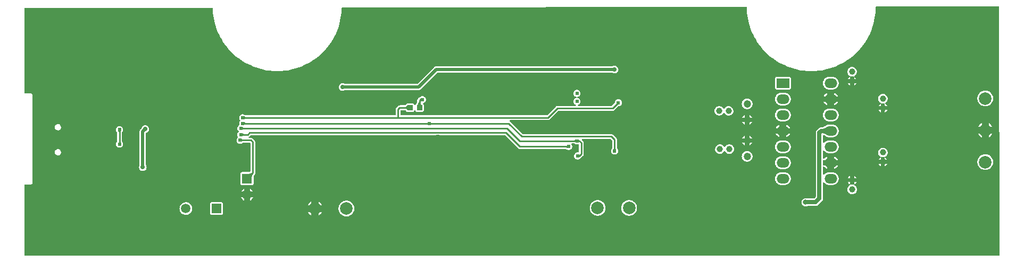
<source format=gbl>
G04 Layer: BottomLayer*
G04 EasyEDA v6.5.23, 2023-06-02 21:13:54*
G04 33ff916c08f040c1a4a9353f5c15a4ee,b642c611f69d48ac97ba22acea37c14c,10*
G04 Gerber Generator version 0.2*
G04 Scale: 100 percent, Rotated: No, Reflected: No *
G04 Dimensions in millimeters *
G04 leading zeros omitted , absolute positions ,4 integer and 5 decimal *
%FSLAX45Y45*%
%MOMM*%

%AMMACRO1*21,1,$1,$2,0,0,$3*%
%ADD10C,0.5000*%
%ADD11C,0.6500*%
%ADD12C,0.2500*%
%ADD13MACRO1,0.864X0.8065X-90.0000*%
%ADD14R,1.5748X1.5748*%
%ADD15C,1.5748*%
%ADD16C,2.0000*%
%ADD17C,1.1938*%
%ADD18O,1.9999959999999999X1.499997*%
%ADD19R,2.0000X1.5000*%
%ADD20R,1.5000X1.5000*%
%ADD21C,1.5000*%
%ADD22C,1.0000*%
%ADD23C,0.6350*%
%ADD24C,0.6100*%
%ADD25C,0.7000*%
%ADD26C,0.8000*%
%ADD27C,0.0116*%

%LPD*%
G36*
X736092Y7825892D02*
G01*
X732180Y7826654D01*
X728929Y7828889D01*
X726694Y7832140D01*
X725932Y7836052D01*
X725932Y8953906D01*
X726694Y8957818D01*
X728878Y8961120D01*
X732180Y8963304D01*
X736092Y8964066D01*
X829360Y8964066D01*
X835863Y8964879D01*
X841400Y8966962D01*
X846531Y8970518D01*
X849579Y8973566D01*
X852220Y8977122D01*
X854710Y8982659D01*
X855929Y8990126D01*
X855929Y10389362D01*
X855116Y10395864D01*
X853033Y10401401D01*
X849477Y10406532D01*
X846429Y10409580D01*
X842822Y10412222D01*
X837285Y10414711D01*
X829868Y10415879D01*
X736092Y10415879D01*
X732180Y10416641D01*
X728878Y10418876D01*
X726694Y10422178D01*
X725932Y10426039D01*
X725932Y11770360D01*
X726694Y11774271D01*
X728878Y11777573D01*
X732180Y11779758D01*
X736041Y11780520D01*
X3714445Y11785854D01*
X3718306Y11785092D01*
X3721557Y11782958D01*
X3723792Y11779758D01*
X3724656Y11775948D01*
X3725113Y11754612D01*
X3728110Y11709298D01*
X3733139Y11664188D01*
X3740150Y11619331D01*
X3749090Y11574830D01*
X3760063Y11530787D01*
X3772915Y11487251D01*
X3787698Y11444376D01*
X3804361Y11402161D01*
X3822903Y11360708D01*
X3843223Y11320119D01*
X3865372Y11280495D01*
X3889197Y11241887D01*
X3914749Y11204346D01*
X3941876Y11167973D01*
X3970629Y11132820D01*
X4000906Y11099038D01*
X4032656Y11066576D01*
X4065778Y11035538D01*
X4100271Y11006023D01*
X4136034Y10978083D01*
X4172965Y10951718D01*
X4211066Y10927029D01*
X4250232Y10904067D01*
X4290314Y10882833D01*
X4331360Y10863376D01*
X4373168Y10845800D01*
X4415739Y10830052D01*
X4458970Y10816234D01*
X4502810Y10804296D01*
X4547057Y10794339D01*
X4591761Y10786364D01*
X4636770Y10780318D01*
X4681982Y10776356D01*
X4727295Y10774324D01*
X4772710Y10774324D01*
X4818024Y10776356D01*
X4863236Y10780318D01*
X4908245Y10786364D01*
X4952949Y10794339D01*
X4997196Y10804296D01*
X5041036Y10816234D01*
X5084267Y10830052D01*
X5126837Y10845800D01*
X5168646Y10863376D01*
X5209692Y10882833D01*
X5249773Y10904067D01*
X5288940Y10927029D01*
X5327040Y10951718D01*
X5363972Y10978083D01*
X5399735Y11006023D01*
X5434228Y11035538D01*
X5467350Y11066576D01*
X5499100Y11099038D01*
X5529376Y11132820D01*
X5558129Y11167973D01*
X5585256Y11204346D01*
X5610809Y11241887D01*
X5634634Y11280495D01*
X5656783Y11320119D01*
X5677103Y11360708D01*
X5695645Y11402161D01*
X5712307Y11444376D01*
X5727090Y11487251D01*
X5739942Y11530787D01*
X5750915Y11574830D01*
X5759856Y11619331D01*
X5766866Y11664188D01*
X5771896Y11709298D01*
X5774893Y11754612D01*
X5775452Y11779605D01*
X5776315Y11783466D01*
X5778500Y11786666D01*
X5781751Y11788800D01*
X5785612Y11789562D01*
X12214098Y11801043D01*
X12217958Y11800281D01*
X12221210Y11798147D01*
X12223445Y11794947D01*
X12224258Y11791137D01*
X12225070Y11754612D01*
X12228118Y11709298D01*
X12233097Y11664188D01*
X12240107Y11619331D01*
X12249099Y11574830D01*
X12260021Y11530787D01*
X12272924Y11487251D01*
X12287707Y11444376D01*
X12304369Y11402161D01*
X12322860Y11360708D01*
X12343231Y11320119D01*
X12365329Y11280495D01*
X12389154Y11241887D01*
X12414707Y11204346D01*
X12441885Y11167973D01*
X12470638Y11132820D01*
X12500914Y11099038D01*
X12532614Y11066576D01*
X12565786Y11035538D01*
X12600279Y11006023D01*
X12635992Y10978083D01*
X12672974Y10951718D01*
X12711074Y10927029D01*
X12750190Y10904067D01*
X12790322Y10882833D01*
X12831318Y10863376D01*
X12873177Y10845800D01*
X12915747Y10830052D01*
X12958978Y10816234D01*
X13002768Y10804296D01*
X13047065Y10794339D01*
X13091718Y10786364D01*
X13136727Y10780318D01*
X13181939Y10776356D01*
X13227304Y10774324D01*
X13272668Y10774324D01*
X13318032Y10776356D01*
X13363244Y10780318D01*
X13408253Y10786364D01*
X13452906Y10794339D01*
X13497204Y10804296D01*
X13540994Y10816234D01*
X13584224Y10830052D01*
X13626795Y10845800D01*
X13668654Y10863376D01*
X13709650Y10882833D01*
X13749782Y10904067D01*
X13788898Y10927029D01*
X13826998Y10951718D01*
X13863980Y10978083D01*
X13899692Y11006023D01*
X13934186Y11035538D01*
X13967358Y11066576D01*
X13999057Y11099038D01*
X14029334Y11132820D01*
X14058087Y11167973D01*
X14085265Y11204346D01*
X14110817Y11241887D01*
X14134642Y11280495D01*
X14156740Y11320119D01*
X14177111Y11360708D01*
X14195602Y11402161D01*
X14212265Y11444376D01*
X14227048Y11487251D01*
X14239951Y11530787D01*
X14250873Y11574830D01*
X14259864Y11619331D01*
X14266875Y11664188D01*
X14271853Y11709298D01*
X14274901Y11754612D01*
X14275765Y11794794D01*
X14276628Y11798655D01*
X14278813Y11801856D01*
X14282064Y11803989D01*
X14285925Y11804751D01*
X16229888Y11808206D01*
X16233800Y11807444D01*
X16237102Y11805259D01*
X16239286Y11801957D01*
X16240099Y11798096D01*
X16248837Y7836052D01*
X16248075Y7832191D01*
X16245840Y7828889D01*
X16242538Y7826654D01*
X16238677Y7825892D01*
G37*

%LPC*%
G36*
X5850382Y8453983D02*
G01*
X5865571Y8454898D01*
X5880506Y8457641D01*
X5895035Y8462162D01*
X5908903Y8468410D01*
X5921908Y8476284D01*
X5933846Y8485632D01*
X5944616Y8496401D01*
X5953963Y8508339D01*
X5961837Y8521344D01*
X5968085Y8535212D01*
X5972606Y8549741D01*
X5975350Y8564676D01*
X5976264Y8579866D01*
X5975350Y8595055D01*
X5972606Y8609990D01*
X5968085Y8624519D01*
X5961837Y8638387D01*
X5953963Y8651392D01*
X5944616Y8663330D01*
X5933846Y8674100D01*
X5921908Y8683447D01*
X5908903Y8691321D01*
X5895035Y8697569D01*
X5880506Y8702090D01*
X5865571Y8704834D01*
X5850382Y8705748D01*
X5835192Y8704834D01*
X5820257Y8702090D01*
X5805728Y8697569D01*
X5791860Y8691321D01*
X5778855Y8683447D01*
X5766917Y8674100D01*
X5756148Y8663330D01*
X5746800Y8651392D01*
X5738926Y8638387D01*
X5732678Y8624519D01*
X5728157Y8609990D01*
X5725414Y8595055D01*
X5724499Y8579866D01*
X5725414Y8564676D01*
X5728157Y8549741D01*
X5732678Y8535212D01*
X5738926Y8521344D01*
X5746800Y8508339D01*
X5756148Y8496401D01*
X5766917Y8485632D01*
X5778855Y8476284D01*
X5791860Y8468410D01*
X5805728Y8462162D01*
X5820257Y8457641D01*
X5835192Y8454898D01*
G37*
G36*
X9849612Y8464143D02*
G01*
X9864801Y8465058D01*
X9879736Y8467801D01*
X9894265Y8472322D01*
X9908133Y8478570D01*
X9921138Y8486444D01*
X9933076Y8495792D01*
X9943846Y8506561D01*
X9953193Y8518499D01*
X9961067Y8531504D01*
X9967315Y8545372D01*
X9971836Y8559901D01*
X9974580Y8574836D01*
X9975494Y8590026D01*
X9974580Y8605215D01*
X9971836Y8620150D01*
X9967315Y8634679D01*
X9961067Y8648547D01*
X9953193Y8661552D01*
X9943846Y8673490D01*
X9933076Y8684260D01*
X9921138Y8693607D01*
X9908133Y8701481D01*
X9894265Y8707729D01*
X9879736Y8712250D01*
X9864801Y8714994D01*
X9849612Y8715908D01*
X9834422Y8714994D01*
X9819487Y8712250D01*
X9804958Y8707729D01*
X9791090Y8701481D01*
X9778085Y8693607D01*
X9766147Y8684260D01*
X9755378Y8673490D01*
X9746030Y8661552D01*
X9738156Y8648547D01*
X9731908Y8634679D01*
X9727387Y8620150D01*
X9724644Y8605215D01*
X9723729Y8590026D01*
X9724644Y8574836D01*
X9727387Y8559901D01*
X9731908Y8545372D01*
X9738156Y8531504D01*
X9746030Y8518499D01*
X9755378Y8506561D01*
X9766147Y8495792D01*
X9778085Y8486444D01*
X9791090Y8478570D01*
X9804958Y8472322D01*
X9819487Y8467801D01*
X9834422Y8465058D01*
G37*
G36*
X10350500Y8464143D02*
G01*
X10365689Y8465058D01*
X10380624Y8467801D01*
X10395153Y8472322D01*
X10409021Y8478570D01*
X10422026Y8486444D01*
X10433964Y8495792D01*
X10444734Y8506561D01*
X10454081Y8518499D01*
X10461955Y8531504D01*
X10468203Y8545372D01*
X10472724Y8559901D01*
X10475468Y8574836D01*
X10476382Y8590026D01*
X10475468Y8605215D01*
X10472724Y8620150D01*
X10468203Y8634679D01*
X10461955Y8648547D01*
X10454081Y8661552D01*
X10444734Y8673490D01*
X10433964Y8684260D01*
X10422026Y8693607D01*
X10409021Y8701481D01*
X10395153Y8707729D01*
X10380624Y8712250D01*
X10365689Y8714994D01*
X10350500Y8715908D01*
X10335310Y8714994D01*
X10320375Y8712250D01*
X10305846Y8707729D01*
X10291978Y8701481D01*
X10278973Y8693607D01*
X10267035Y8684260D01*
X10256266Y8673490D01*
X10246918Y8661552D01*
X10239044Y8648547D01*
X10232796Y8634679D01*
X10228275Y8620150D01*
X10225532Y8605215D01*
X10224617Y8590026D01*
X10225532Y8574836D01*
X10228275Y8559901D01*
X10232796Y8545372D01*
X10239044Y8531504D01*
X10246918Y8518499D01*
X10256266Y8506561D01*
X10267035Y8495792D01*
X10278973Y8486444D01*
X10291978Y8478570D01*
X10305846Y8472322D01*
X10320375Y8467801D01*
X10335310Y8465058D01*
G37*
G36*
X5405831Y8467445D02*
G01*
X5408015Y8468410D01*
X5421020Y8476284D01*
X5432958Y8485632D01*
X5443728Y8496401D01*
X5453075Y8508339D01*
X5460949Y8521344D01*
X5461914Y8523528D01*
X5405831Y8523528D01*
G37*
G36*
X5293156Y8467445D02*
G01*
X5293156Y8523528D01*
X5237073Y8523528D01*
X5238038Y8521344D01*
X5245912Y8508339D01*
X5255260Y8496401D01*
X5266029Y8485632D01*
X5277967Y8476284D01*
X5290972Y8468410D01*
G37*
G36*
X3709415Y8479078D02*
G01*
X3858260Y8479078D01*
X3864559Y8479790D01*
X3870045Y8481720D01*
X3874922Y8484768D01*
X3879037Y8488883D01*
X3882136Y8493760D01*
X3884015Y8499246D01*
X3884726Y8505545D01*
X3884726Y8654389D01*
X3884015Y8660739D01*
X3882136Y8666175D01*
X3879037Y8671102D01*
X3874922Y8675166D01*
X3870045Y8678265D01*
X3864559Y8680196D01*
X3858260Y8680907D01*
X3709415Y8680907D01*
X3703065Y8680196D01*
X3697630Y8678265D01*
X3692702Y8675166D01*
X3688638Y8671102D01*
X3685540Y8666175D01*
X3683660Y8660739D01*
X3682949Y8654389D01*
X3682949Y8505545D01*
X3683660Y8499246D01*
X3685540Y8493760D01*
X3688638Y8488883D01*
X3692702Y8484768D01*
X3697630Y8481720D01*
X3703065Y8479790D01*
G37*
G36*
X3299510Y8479129D02*
G01*
X3312922Y8480501D01*
X3326028Y8483650D01*
X3338626Y8488476D01*
X3350412Y8494928D01*
X3361283Y8502954D01*
X3370986Y8512302D01*
X3379317Y8522868D01*
X3386175Y8534501D01*
X3391458Y8546896D01*
X3395014Y8559901D01*
X3396792Y8573262D01*
X3396792Y8586724D01*
X3395014Y8600084D01*
X3391458Y8613089D01*
X3386175Y8625484D01*
X3379317Y8637066D01*
X3370986Y8647633D01*
X3361283Y8657031D01*
X3350412Y8665006D01*
X3338626Y8671509D01*
X3326028Y8676335D01*
X3312922Y8679484D01*
X3299510Y8680805D01*
X3286048Y8680348D01*
X3272790Y8678113D01*
X3259886Y8674150D01*
X3247694Y8668461D01*
X3236315Y8661196D01*
X3226003Y8652510D01*
X3216960Y8642502D01*
X3209340Y8631377D01*
X3203295Y8619388D01*
X3198876Y8606637D01*
X3196183Y8593429D01*
X3195269Y8579967D01*
X3196183Y8566556D01*
X3198876Y8553348D01*
X3203295Y8540597D01*
X3209340Y8528558D01*
X3216960Y8517483D01*
X3226003Y8507476D01*
X3236315Y8498738D01*
X3247694Y8491524D01*
X3259886Y8485835D01*
X3272790Y8481822D01*
X3286048Y8479586D01*
G37*
G36*
X13157352Y8614105D02*
G01*
X13167918Y8614562D01*
X13178282Y8616645D01*
X13189254Y8620861D01*
X13192861Y8621522D01*
X13319607Y8621522D01*
X13329615Y8622385D01*
X13338962Y8624722D01*
X13347801Y8628583D01*
X13355980Y8633917D01*
X13361517Y8638844D01*
X13420953Y8698280D01*
X13427456Y8705951D01*
X13432383Y8714232D01*
X13435888Y8723223D01*
X13437920Y8732774D01*
X13438378Y8740190D01*
X13438378Y8989568D01*
X13439190Y8993581D01*
X13441476Y8996934D01*
X13444931Y8999067D01*
X13448995Y8999728D01*
X13452906Y8998762D01*
X13456157Y8996273D01*
X13464540Y8986723D01*
X13474496Y8977985D01*
X13485469Y8970670D01*
X13497306Y8964828D01*
X13509802Y8960612D01*
X13522756Y8958021D01*
X13536218Y8957157D01*
X13585545Y8957157D01*
X13599058Y8958021D01*
X13612012Y8960612D01*
X13624509Y8964828D01*
X13636345Y8970670D01*
X13647318Y8977985D01*
X13657224Y8986723D01*
X13665962Y8996629D01*
X13673277Y9007602D01*
X13679119Y9019438D01*
X13683335Y9031935D01*
X13685926Y9044889D01*
X13686790Y9058046D01*
X13685926Y9071203D01*
X13683335Y9084157D01*
X13679119Y9096654D01*
X13673277Y9108490D01*
X13665962Y9119463D01*
X13657224Y9129369D01*
X13647318Y9138056D01*
X13636345Y9145422D01*
X13624509Y9151264D01*
X13612012Y9155480D01*
X13599058Y9158071D01*
X13585545Y9158935D01*
X13536218Y9158935D01*
X13522756Y9158071D01*
X13509802Y9155480D01*
X13497306Y9151264D01*
X13485469Y9145422D01*
X13474496Y9138056D01*
X13464540Y9129369D01*
X13456157Y9119819D01*
X13452906Y9117330D01*
X13448995Y9116364D01*
X13444931Y9116974D01*
X13441476Y9119158D01*
X13439190Y9122511D01*
X13438378Y9126524D01*
X13438378Y9243466D01*
X13439190Y9247479D01*
X13441476Y9250781D01*
X13444931Y9252966D01*
X13448995Y9253626D01*
X13452906Y9252610D01*
X13456157Y9250172D01*
X13464438Y9240723D01*
X13474395Y9231985D01*
X13485368Y9224670D01*
X13497204Y9218828D01*
X13504468Y9216390D01*
X13504468Y9268206D01*
X13448538Y9268206D01*
X13444626Y9268968D01*
X13441324Y9271152D01*
X13439140Y9274454D01*
X13438378Y9278366D01*
X13438378Y9345726D01*
X13439140Y9349638D01*
X13441324Y9352940D01*
X13444626Y9355124D01*
X13448538Y9355886D01*
X13504468Y9355886D01*
X13504468Y9407702D01*
X13497204Y9405264D01*
X13485368Y9399422D01*
X13474395Y9392056D01*
X13464438Y9383369D01*
X13456157Y9373920D01*
X13452906Y9371431D01*
X13448995Y9370466D01*
X13444931Y9371126D01*
X13441476Y9373260D01*
X13439190Y9376613D01*
X13438378Y9380626D01*
X13438378Y9497466D01*
X13439190Y9501479D01*
X13441476Y9504781D01*
X13444931Y9506966D01*
X13448995Y9507626D01*
X13452906Y9506610D01*
X13456157Y9504172D01*
X13464438Y9494723D01*
X13474395Y9485985D01*
X13485368Y9478670D01*
X13497204Y9472828D01*
X13509701Y9468612D01*
X13522655Y9466021D01*
X13536117Y9465157D01*
X13585444Y9465157D01*
X13598956Y9466021D01*
X13611910Y9468612D01*
X13624407Y9472828D01*
X13636244Y9478670D01*
X13647216Y9485985D01*
X13657122Y9494723D01*
X13665860Y9504629D01*
X13673175Y9515602D01*
X13679017Y9527438D01*
X13683234Y9539935D01*
X13685824Y9552889D01*
X13686688Y9566046D01*
X13685824Y9579203D01*
X13683234Y9592157D01*
X13679017Y9604654D01*
X13673175Y9616490D01*
X13665860Y9627463D01*
X13657122Y9637369D01*
X13647216Y9646056D01*
X13636244Y9653422D01*
X13624407Y9659264D01*
X13611910Y9663480D01*
X13598956Y9666071D01*
X13585444Y9666935D01*
X13536117Y9666935D01*
X13522655Y9666071D01*
X13509701Y9663480D01*
X13497204Y9659264D01*
X13485368Y9653422D01*
X13474395Y9646056D01*
X13464438Y9637369D01*
X13456157Y9627920D01*
X13452906Y9625431D01*
X13448995Y9624466D01*
X13444931Y9625126D01*
X13441476Y9627260D01*
X13439190Y9630613D01*
X13438378Y9634626D01*
X13438378Y9743744D01*
X13439140Y9747656D01*
X13441375Y9750958D01*
X13444728Y9753142D01*
X13448690Y9753904D01*
X13452601Y9753041D01*
X13464895Y9747656D01*
X13467537Y9746030D01*
X13474395Y9739985D01*
X13485368Y9732670D01*
X13497204Y9726828D01*
X13509701Y9722612D01*
X13522655Y9720021D01*
X13536117Y9719157D01*
X13585444Y9719157D01*
X13598956Y9720021D01*
X13611910Y9722612D01*
X13624407Y9726828D01*
X13636244Y9732670D01*
X13647216Y9739985D01*
X13657122Y9748723D01*
X13665860Y9758629D01*
X13673175Y9769602D01*
X13679017Y9781438D01*
X13683234Y9793935D01*
X13685824Y9806889D01*
X13686688Y9820046D01*
X13685824Y9833203D01*
X13683234Y9846157D01*
X13679017Y9858654D01*
X13673175Y9870490D01*
X13665860Y9881463D01*
X13657122Y9891369D01*
X13647216Y9900056D01*
X13636244Y9907422D01*
X13624407Y9913264D01*
X13611910Y9917480D01*
X13598956Y9920071D01*
X13585444Y9920935D01*
X13536117Y9920935D01*
X13522655Y9920071D01*
X13509701Y9917480D01*
X13497204Y9913264D01*
X13485368Y9907422D01*
X13474395Y9900056D01*
X13467537Y9894112D01*
X13464895Y9892436D01*
X13435076Y9879380D01*
X13431012Y9878568D01*
X13410336Y9878568D01*
X13400328Y9877704D01*
X13390981Y9875367D01*
X13382142Y9871506D01*
X13374014Y9866172D01*
X13368223Y9861042D01*
X13338708Y9831273D01*
X13333730Y9825634D01*
X13328497Y9817557D01*
X13324636Y9808718D01*
X13322300Y9799370D01*
X13321538Y9789617D01*
X13321538Y8768283D01*
X13320776Y8764422D01*
X13318591Y8761120D01*
X13298779Y8741308D01*
X13295477Y8739124D01*
X13291616Y8738362D01*
X13192861Y8738362D01*
X13189254Y8739022D01*
X13178282Y8743238D01*
X13167918Y8745321D01*
X13157352Y8745778D01*
X13146836Y8744508D01*
X13136626Y8741511D01*
X13127075Y8736990D01*
X13118338Y8730945D01*
X13110667Y8723630D01*
X13104317Y8715146D01*
X13099389Y8705748D01*
X13096036Y8695690D01*
X13094309Y8685225D01*
X13094309Y8674658D01*
X13096036Y8664194D01*
X13099389Y8654135D01*
X13104317Y8644737D01*
X13110667Y8636254D01*
X13118338Y8628938D01*
X13127075Y8622893D01*
X13136626Y8618372D01*
X13146836Y8615375D01*
G37*
G36*
X5405831Y8636203D02*
G01*
X5461914Y8636203D01*
X5460949Y8638387D01*
X5453075Y8651392D01*
X5443728Y8663330D01*
X5432958Y8674100D01*
X5421020Y8683447D01*
X5408015Y8691321D01*
X5405831Y8692286D01*
G37*
G36*
X5237073Y8636203D02*
G01*
X5293156Y8636203D01*
X5293156Y8692286D01*
X5290972Y8691321D01*
X5277967Y8683447D01*
X5266029Y8674100D01*
X5255260Y8663330D01*
X5245912Y8651392D01*
X5238038Y8638387D01*
G37*
G36*
X4224274Y8708999D02*
G01*
X4224274Y8757158D01*
X4176115Y8757158D01*
X4179366Y8750554D01*
X4186986Y8739174D01*
X4196029Y8728913D01*
X4206290Y8719870D01*
X4217670Y8712250D01*
G37*
G36*
X4315714Y8708999D02*
G01*
X4322318Y8712250D01*
X4333697Y8719870D01*
X4343958Y8728913D01*
X4353001Y8739174D01*
X4360621Y8750554D01*
X4363872Y8757158D01*
X4315714Y8757158D01*
G37*
G36*
X13897051Y8809126D02*
G01*
X13908684Y8809532D01*
X13920063Y8811768D01*
X13931036Y8815679D01*
X13941196Y8821216D01*
X13950442Y8828278D01*
X13958519Y8836660D01*
X13965174Y8846159D01*
X13970355Y8856573D01*
X13973860Y8867648D01*
X13975638Y8879128D01*
X13975638Y8890711D01*
X13973860Y8902192D01*
X13970355Y8913266D01*
X13965174Y8923680D01*
X13958519Y8933180D01*
X13950442Y8941562D01*
X13941196Y8948623D01*
X13936726Y8951061D01*
X13933474Y8953906D01*
X13931646Y8957818D01*
X13931646Y8962136D01*
X13933474Y8966098D01*
X13936726Y8968892D01*
X13941196Y8971330D01*
X13950442Y8978392D01*
X13958519Y8986774D01*
X13965174Y8996273D01*
X13968882Y9003690D01*
X13931341Y9003690D01*
X13931341Y8968232D01*
X13930376Y8963914D01*
X13927632Y8960408D01*
X13923670Y8958376D01*
X13919250Y8958275D01*
X13908684Y8960307D01*
X13897051Y8960764D01*
X13885519Y8959392D01*
X13881455Y8958326D01*
X13877747Y8957970D01*
X13874191Y8959037D01*
X13871244Y8961272D01*
X13869314Y8964422D01*
X13868603Y8968079D01*
X13868603Y9003690D01*
X13831062Y9003690D01*
X13831976Y9001353D01*
X13837919Y8991396D01*
X13845286Y8982405D01*
X13853972Y8974683D01*
X13863523Y8968486D01*
X13866418Y8965692D01*
X13867942Y8961983D01*
X13867942Y8957970D01*
X13866418Y8954262D01*
X13863523Y8951468D01*
X13853972Y8945270D01*
X13845286Y8937548D01*
X13837919Y8928557D01*
X13831976Y8918600D01*
X13827607Y8907830D01*
X13824966Y8896502D01*
X13824102Y8884920D01*
X13824966Y8873337D01*
X13827607Y8862009D01*
X13831976Y8851239D01*
X13837919Y8841282D01*
X13845286Y8832291D01*
X13853972Y8824569D01*
X13863726Y8818270D01*
X13874343Y8813495D01*
X13885519Y8810447D01*
G37*
G36*
X4315714Y8848598D02*
G01*
X4363872Y8848598D01*
X4360621Y8855202D01*
X4353001Y8866581D01*
X4343958Y8876842D01*
X4333697Y8885885D01*
X4322318Y8893505D01*
X4315714Y8896756D01*
G37*
G36*
X4176115Y8848598D02*
G01*
X4224274Y8848598D01*
X4224274Y8896756D01*
X4217670Y8893505D01*
X4206290Y8885885D01*
X4196029Y8876842D01*
X4186986Y8866581D01*
X4179366Y8855202D01*
G37*
G36*
X4191812Y8952230D02*
G01*
X4348175Y8952230D01*
X4354474Y8952941D01*
X4359960Y8954871D01*
X4364837Y8957919D01*
X4368952Y8962034D01*
X4372000Y8966911D01*
X4373930Y8972397D01*
X4374642Y8978696D01*
X4374642Y9085783D01*
X4375150Y9088983D01*
X4383887Y9114993D01*
X4385716Y9118346D01*
X4391914Y9125712D01*
X4395419Y9132265D01*
X4397603Y9139478D01*
X4398365Y9147454D01*
X4398365Y9639554D01*
X4397603Y9647529D01*
X4395419Y9654743D01*
X4391863Y9661347D01*
X4386783Y9667595D01*
X4357573Y9696805D01*
X4351375Y9701885D01*
X4344720Y9705441D01*
X4337558Y9707626D01*
X4329582Y9708388D01*
X4304944Y9708388D01*
X4300626Y9709353D01*
X4297121Y9712096D01*
X4295089Y9716058D01*
X4294987Y9720529D01*
X4296816Y9724593D01*
X4307433Y9733178D01*
X4322826Y9748520D01*
X4326128Y9750755D01*
X4329988Y9751517D01*
X8369757Y9751517D01*
X8373668Y9750755D01*
X8376920Y9748520D01*
X8582304Y9543186D01*
X8588502Y9538106D01*
X8595156Y9534550D01*
X8602319Y9532366D01*
X8610295Y9531553D01*
X9340138Y9531553D01*
X9344609Y9530537D01*
X9356242Y9524898D01*
X9361779Y9521190D01*
X9370669Y9517024D01*
X9380169Y9514484D01*
X9389973Y9513620D01*
X9399778Y9514484D01*
X9409277Y9517024D01*
X9418167Y9521190D01*
X9426194Y9526778D01*
X9433153Y9533737D01*
X9438792Y9541814D01*
X9442958Y9550704D01*
X9445498Y9560204D01*
X9446361Y9569958D01*
X9445498Y9579762D01*
X9442958Y9589262D01*
X9438792Y9598152D01*
X9433610Y9605568D01*
X9431934Y9609632D01*
X9432086Y9614052D01*
X9434118Y9617913D01*
X9437624Y9620605D01*
X9441942Y9621570D01*
X9470136Y9621570D01*
X9474555Y9620554D01*
X9486290Y9614865D01*
X9491776Y9611156D01*
X9500666Y9606991D01*
X9510166Y9604451D01*
X9519970Y9603587D01*
X9529775Y9604451D01*
X9538766Y9606889D01*
X9542475Y9607194D01*
X9546031Y9606127D01*
X9548977Y9603841D01*
X9550908Y9600692D01*
X9551568Y9597085D01*
X9551568Y9485528D01*
X9550704Y9481464D01*
X9548266Y9478060D01*
X9544659Y9475927D01*
X9540544Y9475419D01*
X9529978Y9476333D01*
X9520174Y9475470D01*
X9510674Y9472930D01*
X9501784Y9468764D01*
X9493758Y9463176D01*
X9486798Y9456216D01*
X9481159Y9448139D01*
X9476994Y9439249D01*
X9474454Y9429750D01*
X9473590Y9419945D01*
X9474454Y9410192D01*
X9476994Y9400692D01*
X9481159Y9391802D01*
X9486798Y9383725D01*
X9493758Y9376765D01*
X9501784Y9371177D01*
X9510674Y9367012D01*
X9520174Y9364472D01*
X9529978Y9363608D01*
X9539782Y9364472D01*
X9549282Y9367012D01*
X9558172Y9371177D01*
X9566198Y9376765D01*
X9572091Y9382658D01*
X9574479Y9384436D01*
X9581286Y9388094D01*
X9587484Y9393174D01*
X9616795Y9422485D01*
X9621875Y9428683D01*
X9625431Y9435287D01*
X9627616Y9442500D01*
X9628378Y9450476D01*
X9628378Y9629495D01*
X9627616Y9637471D01*
X9625431Y9644684D01*
X9621875Y9651288D01*
X9616795Y9657486D01*
X9600031Y9674250D01*
X9597847Y9677501D01*
X9597085Y9681413D01*
X9597847Y9685274D01*
X9600082Y9688576D01*
X9603333Y9690811D01*
X9607245Y9691573D01*
X10049916Y9691573D01*
X10053777Y9690811D01*
X10057079Y9688576D01*
X10078516Y9667036D01*
X10080701Y9663785D01*
X10081463Y9659874D01*
X10081463Y9549587D01*
X10080447Y9545167D01*
X10074859Y9533686D01*
X10071150Y9528149D01*
X10066985Y9519259D01*
X10064445Y9509760D01*
X10063581Y9499955D01*
X10064445Y9490202D01*
X10066985Y9480702D01*
X10071150Y9471812D01*
X10076789Y9463735D01*
X10083749Y9456775D01*
X10091775Y9451187D01*
X10100665Y9447022D01*
X10110165Y9444482D01*
X10119969Y9443618D01*
X10129774Y9444482D01*
X10139273Y9447022D01*
X10148163Y9451187D01*
X10156190Y9456775D01*
X10163149Y9463735D01*
X10168788Y9471812D01*
X10172954Y9480702D01*
X10175494Y9490202D01*
X10176357Y9499955D01*
X10175494Y9509760D01*
X10172954Y9519259D01*
X10168788Y9528149D01*
X10165029Y9533737D01*
X10159288Y9545574D01*
X10158272Y9549993D01*
X10158272Y9679432D01*
X10157510Y9687306D01*
X10155326Y9694519D01*
X10151821Y9701174D01*
X10146741Y9707372D01*
X10097668Y9756698D01*
X10091470Y9761829D01*
X10084866Y9765385D01*
X10077653Y9767570D01*
X10069576Y9768382D01*
X8660180Y9768382D01*
X8656269Y9769144D01*
X8653018Y9771380D01*
X8457539Y9966858D01*
X8446973Y9975342D01*
X8445144Y9979406D01*
X8445296Y9983876D01*
X8447278Y9987838D01*
X8450783Y9990582D01*
X8455152Y9991547D01*
X9059468Y9991547D01*
X9067444Y9992360D01*
X9074658Y9994544D01*
X9081312Y9998100D01*
X9087510Y10003180D01*
X9222892Y10138613D01*
X9226194Y10140797D01*
X9230106Y10141559D01*
X10089489Y10141559D01*
X10097465Y10142372D01*
X10104678Y10144556D01*
X10111282Y10148062D01*
X10117480Y10153192D01*
X10175138Y10210800D01*
X10178034Y10212832D01*
X10181437Y10213746D01*
X10189768Y10214457D01*
X10199268Y10216997D01*
X10208158Y10221163D01*
X10216235Y10226802D01*
X10223195Y10233761D01*
X10228783Y10241788D01*
X10232948Y10250678D01*
X10235488Y10260177D01*
X10236352Y10269982D01*
X10235488Y10279786D01*
X10232948Y10289286D01*
X10228783Y10298176D01*
X10223195Y10306202D01*
X10216235Y10313162D01*
X10208158Y10318800D01*
X10199268Y10322966D01*
X10189768Y10325506D01*
X10180015Y10326370D01*
X10170210Y10325506D01*
X10160711Y10322966D01*
X10151821Y10318800D01*
X10143744Y10313162D01*
X10136784Y10306202D01*
X10131196Y10298176D01*
X10127030Y10289286D01*
X10124490Y10279786D01*
X10123728Y10271404D01*
X10122814Y10268000D01*
X10120833Y10265105D01*
X10077043Y10221366D01*
X10073741Y10219182D01*
X10069880Y10218369D01*
X9545167Y10218369D01*
X9541357Y10219131D01*
X9538055Y10221264D01*
X9535871Y10224465D01*
X9535007Y10228275D01*
X9535668Y10232136D01*
X9537700Y10235438D01*
X9540849Y10237774D01*
X9548164Y10241178D01*
X9556191Y10246766D01*
X9563150Y10253726D01*
X9568789Y10261803D01*
X9572955Y10270693D01*
X9575495Y10280192D01*
X9576358Y10289946D01*
X9575495Y10299750D01*
X9572955Y10309250D01*
X9568789Y10318140D01*
X9563150Y10326217D01*
X9556191Y10333177D01*
X9548164Y10338765D01*
X9539274Y10342930D01*
X9530740Y10345216D01*
X9526828Y10347248D01*
X9524136Y10350754D01*
X9523171Y10355021D01*
X9524136Y10359339D01*
X9526828Y10362844D01*
X9530740Y10364876D01*
X9539224Y10367111D01*
X9548114Y10371277D01*
X9556140Y10376916D01*
X9563100Y10383875D01*
X9568738Y10391902D01*
X9572904Y10400792D01*
X9575444Y10410291D01*
X9576308Y10420096D01*
X9575444Y10429900D01*
X9572904Y10439400D01*
X9568738Y10448290D01*
X9563100Y10456316D01*
X9556140Y10463276D01*
X9548114Y10468914D01*
X9539224Y10473080D01*
X9529724Y10475620D01*
X9519920Y10476484D01*
X9510115Y10475620D01*
X9500616Y10473080D01*
X9491726Y10468914D01*
X9483699Y10463276D01*
X9476740Y10456316D01*
X9471101Y10448290D01*
X9466935Y10439400D01*
X9464395Y10429900D01*
X9463532Y10420096D01*
X9464395Y10410291D01*
X9466935Y10400792D01*
X9471101Y10391902D01*
X9476740Y10383875D01*
X9483699Y10376916D01*
X9491726Y10371277D01*
X9500616Y10367111D01*
X9509150Y10364825D01*
X9513062Y10362793D01*
X9515754Y10359339D01*
X9516719Y10355021D01*
X9515754Y10350754D01*
X9513062Y10347248D01*
X9509150Y10345216D01*
X9500666Y10342930D01*
X9491776Y10338765D01*
X9483750Y10333177D01*
X9476790Y10326217D01*
X9471152Y10318140D01*
X9466986Y10309250D01*
X9464446Y10299750D01*
X9463582Y10289946D01*
X9464446Y10280192D01*
X9466986Y10270693D01*
X9471152Y10261803D01*
X9476790Y10253726D01*
X9483750Y10246766D01*
X9491776Y10241178D01*
X9499092Y10237774D01*
X9502241Y10235438D01*
X9504273Y10232136D01*
X9504934Y10228275D01*
X9504070Y10224465D01*
X9501886Y10221264D01*
X9498584Y10219131D01*
X9494774Y10218369D01*
X9210497Y10218369D01*
X9202521Y10217607D01*
X9195308Y10215422D01*
X9188653Y10211866D01*
X9182455Y10206786D01*
X9047073Y10071354D01*
X9043771Y10069169D01*
X9039860Y10068407D01*
X6723176Y10068407D01*
X6719316Y10069169D01*
X6716014Y10071354D01*
X6713778Y10074656D01*
X6713016Y10078567D01*
X6713016Y10141407D01*
X6713778Y10145268D01*
X6716014Y10148570D01*
X6719316Y10150805D01*
X6723176Y10151567D01*
X6778345Y10151567D01*
X6782866Y10150500D01*
X6794906Y10144506D01*
X6797954Y10142118D01*
X6799935Y10138765D01*
X6801053Y10135565D01*
X6804152Y10130688D01*
X6808216Y10126573D01*
X6813143Y10123474D01*
X6818579Y10121595D01*
X6824929Y10120884D01*
X6904431Y10120884D01*
X6910730Y10121595D01*
X6916216Y10123474D01*
X6921093Y10126573D01*
X6925208Y10130688D01*
X6928256Y10135565D01*
X6930390Y10141661D01*
X6932523Y10145217D01*
X6935927Y10147604D01*
X6939991Y10148468D01*
X6944055Y10147604D01*
X6947458Y10145217D01*
X6949592Y10141661D01*
X6951725Y10135565D01*
X6954774Y10130688D01*
X6958888Y10126573D01*
X6963765Y10123474D01*
X6969252Y10121595D01*
X6975551Y10120884D01*
X7055053Y10120884D01*
X7061403Y10121595D01*
X7066838Y10123474D01*
X7071766Y10126573D01*
X7075830Y10130688D01*
X7078929Y10135565D01*
X7080808Y10141051D01*
X7081520Y10147350D01*
X7081520Y10232593D01*
X7080808Y10238943D01*
X7078929Y10244378D01*
X7075830Y10249306D01*
X7072884Y10253319D01*
X7072071Y10257129D01*
X7072782Y10260939D01*
X7074814Y10264241D01*
X7078014Y10266527D01*
X7088174Y10271150D01*
X7096201Y10276789D01*
X7103160Y10283748D01*
X7108799Y10291775D01*
X7112965Y10300665D01*
X7115505Y10310164D01*
X7116368Y10319969D01*
X7115505Y10329773D01*
X7112965Y10339273D01*
X7108799Y10348163D01*
X7103160Y10356189D01*
X7096201Y10363149D01*
X7088174Y10368788D01*
X7079284Y10372953D01*
X7069785Y10375493D01*
X7059980Y10376357D01*
X7050176Y10375493D01*
X7040676Y10372953D01*
X7031786Y10368788D01*
X7023760Y10363149D01*
X7018020Y10357408D01*
X7015632Y10355630D01*
X7008622Y10351922D01*
X7002424Y10346842D01*
X6988403Y10332821D01*
X6983323Y10326624D01*
X6979767Y10319969D01*
X6977583Y10312755D01*
X6976821Y10304780D01*
X6976821Y10279024D01*
X6975754Y10274452D01*
X6969201Y10261396D01*
X6966966Y10258450D01*
X6958888Y10253370D01*
X6954774Y10249306D01*
X6951725Y10244378D01*
X6949592Y10238333D01*
X6947458Y10234777D01*
X6944055Y10232339D01*
X6939991Y10231526D01*
X6935927Y10232339D01*
X6932523Y10234777D01*
X6930390Y10238333D01*
X6928256Y10244378D01*
X6925208Y10249306D01*
X6921093Y10253370D01*
X6916216Y10256469D01*
X6910730Y10258399D01*
X6904431Y10259110D01*
X6824929Y10259110D01*
X6818579Y10258399D01*
X6813143Y10256469D01*
X6808216Y10253370D01*
X6804152Y10249306D01*
X6801053Y10244378D01*
X6799935Y10241229D01*
X6797954Y10237825D01*
X6794906Y10235488D01*
X6782866Y10229443D01*
X6778294Y10228376D01*
X6700520Y10228376D01*
X6692544Y10227614D01*
X6685330Y10225430D01*
X6678675Y10221874D01*
X6672478Y10216794D01*
X6647789Y10192105D01*
X6642709Y10185908D01*
X6639153Y10179253D01*
X6636969Y10172039D01*
X6636207Y10164064D01*
X6636207Y10078567D01*
X6635445Y10074656D01*
X6633209Y10071354D01*
X6629908Y10069169D01*
X6626047Y10068407D01*
X4249826Y10068407D01*
X4245356Y10069423D01*
X4233672Y10075062D01*
X4228185Y10078770D01*
X4219295Y10082936D01*
X4209796Y10085476D01*
X4199991Y10086340D01*
X4190187Y10085476D01*
X4180687Y10082936D01*
X4171797Y10078770D01*
X4163771Y10073182D01*
X4156811Y10066223D01*
X4151172Y10058146D01*
X4147007Y10049256D01*
X4144467Y10039756D01*
X4143603Y10029952D01*
X4144467Y10020198D01*
X4147007Y10010698D01*
X4151172Y10001808D01*
X4156811Y9993731D01*
X4158386Y9992156D01*
X4160570Y9988854D01*
X4161383Y9984994D01*
X4160570Y9981082D01*
X4158386Y9977780D01*
X4156811Y9976205D01*
X4151172Y9968179D01*
X4147007Y9959289D01*
X4144467Y9949789D01*
X4143603Y9939985D01*
X4144467Y9930180D01*
X4147058Y9920528D01*
X4147312Y9916363D01*
X4145889Y9912502D01*
X4142994Y9909505D01*
X4133748Y9903104D01*
X4126788Y9896195D01*
X4121200Y9888169D01*
X4117035Y9879279D01*
X4114495Y9869779D01*
X4113631Y9859975D01*
X4114495Y9850170D01*
X4117035Y9840671D01*
X4121200Y9831781D01*
X4126788Y9823754D01*
X4133392Y9817150D01*
X4135577Y9813848D01*
X4136390Y9809988D01*
X4135577Y9806076D01*
X4133392Y9802774D01*
X4126788Y9796221D01*
X4121200Y9788144D01*
X4117035Y9779254D01*
X4114495Y9769754D01*
X4113631Y9759950D01*
X4114495Y9750196D01*
X4117035Y9740696D01*
X4121200Y9731806D01*
X4125010Y9726320D01*
X4126534Y9723120D01*
X4126839Y9719614D01*
X4125925Y9716160D01*
X4123893Y9713315D01*
X4116781Y9706203D01*
X4111193Y9698177D01*
X4107027Y9689287D01*
X4104487Y9679787D01*
X4103624Y9669983D01*
X4104487Y9660178D01*
X4107027Y9650679D01*
X4111193Y9641789D01*
X4116781Y9633762D01*
X4123740Y9626803D01*
X4131818Y9621164D01*
X4140708Y9616998D01*
X4150207Y9614458D01*
X4160012Y9613595D01*
X4169765Y9614458D01*
X4179265Y9616998D01*
X4188155Y9621164D01*
X4193692Y9624872D01*
X4205376Y9630562D01*
X4209796Y9631578D01*
X4309922Y9631578D01*
X4313834Y9630816D01*
X4317136Y9628581D01*
X4318609Y9627108D01*
X4320794Y9623856D01*
X4321556Y9619945D01*
X4321556Y9176004D01*
X4320692Y9171889D01*
X4318254Y9168485D01*
X4314596Y9166352D01*
X4301693Y9162034D01*
X4298492Y9161526D01*
X4191812Y9161526D01*
X4185513Y9160814D01*
X4180027Y9158884D01*
X4175150Y9155836D01*
X4171035Y9151721D01*
X4167987Y9146844D01*
X4166057Y9141358D01*
X4165346Y9135059D01*
X4165346Y8978696D01*
X4166057Y8972397D01*
X4167987Y8966911D01*
X4171035Y8962034D01*
X4175150Y8957919D01*
X4180027Y8954871D01*
X4185513Y8952941D01*
G37*
G36*
X12774117Y8957157D02*
G01*
X12823444Y8957157D01*
X12836956Y8958021D01*
X12849910Y8960612D01*
X12862407Y8964828D01*
X12874244Y8970670D01*
X12885216Y8977985D01*
X12895122Y8986723D01*
X12903860Y8996629D01*
X12911175Y9007602D01*
X12917017Y9019438D01*
X12921234Y9031935D01*
X12923824Y9044889D01*
X12924688Y9058046D01*
X12923824Y9071203D01*
X12921234Y9084157D01*
X12917017Y9096654D01*
X12911175Y9108490D01*
X12903860Y9119463D01*
X12895122Y9129369D01*
X12885216Y9138056D01*
X12874244Y9145422D01*
X12862407Y9151264D01*
X12849910Y9155480D01*
X12836956Y9158071D01*
X12823444Y9158935D01*
X12774117Y9158935D01*
X12760655Y9158071D01*
X12747701Y9155480D01*
X12735204Y9151264D01*
X12723368Y9145422D01*
X12712395Y9138056D01*
X12702438Y9129369D01*
X12693751Y9119463D01*
X12686436Y9108490D01*
X12680594Y9096654D01*
X12676327Y9084157D01*
X12673787Y9071203D01*
X12672923Y9058046D01*
X12673787Y9044889D01*
X12676327Y9031935D01*
X12680594Y9019438D01*
X12686436Y9007602D01*
X12693751Y8996629D01*
X12702438Y8986723D01*
X12712395Y8977985D01*
X12723368Y8970670D01*
X12735204Y8964828D01*
X12747701Y8960612D01*
X12760655Y8958021D01*
G37*
G36*
X13831062Y9066377D02*
G01*
X13868603Y9066377D01*
X13868603Y9103918D01*
X13863726Y9101683D01*
X13853972Y9095384D01*
X13845286Y9087662D01*
X13837919Y9078671D01*
X13831976Y9068714D01*
G37*
G36*
X13931341Y9066377D02*
G01*
X13968882Y9066377D01*
X13965174Y9073794D01*
X13958519Y9083294D01*
X13950442Y9091676D01*
X13941196Y9098737D01*
X13931341Y9104122D01*
G37*
G36*
X2604973Y9179306D02*
G01*
X2615031Y9179306D01*
X2624937Y9180982D01*
X2634437Y9184233D01*
X2643276Y9189008D01*
X2651252Y9195206D01*
X2658059Y9202572D01*
X2663545Y9211005D01*
X2667558Y9220200D01*
X2670048Y9229953D01*
X2670860Y9239961D01*
X2670048Y9250019D01*
X2667558Y9259773D01*
X2662123Y9271812D01*
X2661615Y9274454D01*
X2660904Y9288475D01*
X2660904Y9782302D01*
X2661767Y9786416D01*
X2664206Y9789769D01*
X2667762Y9791903D01*
X2674467Y9794240D01*
X2683306Y9799015D01*
X2691231Y9805162D01*
X2698038Y9812578D01*
X2703525Y9821011D01*
X2707589Y9830206D01*
X2710027Y9839960D01*
X2710891Y9849967D01*
X2710027Y9859975D01*
X2707589Y9869728D01*
X2703525Y9878923D01*
X2698038Y9887356D01*
X2691231Y9894773D01*
X2683306Y9900920D01*
X2674467Y9905695D01*
X2664968Y9908997D01*
X2655011Y9910622D01*
X2645003Y9910622D01*
X2635046Y9908997D01*
X2625547Y9905695D01*
X2616708Y9900920D01*
X2608783Y9894773D01*
X2601976Y9887356D01*
X2596489Y9878923D01*
X2592425Y9869728D01*
X2590749Y9864344D01*
X2589326Y9862362D01*
X2579624Y9851593D01*
X2570988Y9842703D01*
X2568295Y9839198D01*
X2565908Y9835438D01*
X2563876Y9831476D01*
X2562148Y9827412D01*
X2560828Y9823145D01*
X2559862Y9818827D01*
X2559304Y9814407D01*
X2559100Y9809784D01*
X2559100Y9288576D01*
X2558389Y9274505D01*
X2557932Y9271863D01*
X2556459Y9268968D01*
X2552446Y9259773D01*
X2549956Y9250019D01*
X2549144Y9239961D01*
X2549956Y9229953D01*
X2552446Y9220200D01*
X2556459Y9211005D01*
X2561945Y9202572D01*
X2568752Y9195206D01*
X2576728Y9189008D01*
X2585567Y9184233D01*
X2595067Y9180982D01*
G37*
G36*
X16020034Y9196171D02*
G01*
X16035223Y9197086D01*
X16050158Y9199829D01*
X16064687Y9204350D01*
X16078555Y9210598D01*
X16091560Y9218472D01*
X16103498Y9227820D01*
X16114268Y9238589D01*
X16123615Y9250527D01*
X16131489Y9263532D01*
X16137737Y9277400D01*
X16142258Y9291929D01*
X16145001Y9306864D01*
X16145916Y9322054D01*
X16145001Y9337243D01*
X16142258Y9352178D01*
X16137737Y9366707D01*
X16131489Y9380575D01*
X16123615Y9393580D01*
X16114268Y9405518D01*
X16103498Y9416288D01*
X16091560Y9425635D01*
X16078555Y9433509D01*
X16064687Y9439757D01*
X16050158Y9444278D01*
X16035223Y9447022D01*
X16020034Y9447936D01*
X16004844Y9447022D01*
X15989909Y9444278D01*
X15975380Y9439757D01*
X15961512Y9433509D01*
X15948507Y9425635D01*
X15936569Y9416288D01*
X15925800Y9405518D01*
X15916452Y9393580D01*
X15908578Y9380575D01*
X15902330Y9366707D01*
X15897809Y9352178D01*
X15895066Y9337243D01*
X15894151Y9322054D01*
X15895066Y9306864D01*
X15897809Y9291929D01*
X15902330Y9277400D01*
X15908578Y9263532D01*
X15916452Y9250527D01*
X15925800Y9238589D01*
X15936569Y9227820D01*
X15948507Y9218472D01*
X15961512Y9210598D01*
X15975380Y9204350D01*
X15989909Y9199829D01*
X16004844Y9197086D01*
G37*
G36*
X12774117Y9211157D02*
G01*
X12823444Y9211157D01*
X12836956Y9212021D01*
X12849910Y9214612D01*
X12862407Y9218828D01*
X12874244Y9224670D01*
X12885216Y9231985D01*
X12895122Y9240723D01*
X12903860Y9250629D01*
X12911175Y9261602D01*
X12917017Y9273438D01*
X12921234Y9285935D01*
X12923824Y9298889D01*
X12924688Y9312046D01*
X12923824Y9325203D01*
X12921234Y9338157D01*
X12917017Y9350654D01*
X12911175Y9362490D01*
X12903860Y9373463D01*
X12895122Y9383369D01*
X12885216Y9392056D01*
X12874244Y9399422D01*
X12862407Y9405264D01*
X12849910Y9409480D01*
X12836956Y9412071D01*
X12823444Y9412935D01*
X12774117Y9412935D01*
X12760655Y9412071D01*
X12747701Y9409480D01*
X12735204Y9405264D01*
X12723368Y9399422D01*
X12712395Y9392056D01*
X12702438Y9383369D01*
X12693751Y9373463D01*
X12686436Y9362490D01*
X12680594Y9350654D01*
X12676327Y9338157D01*
X12673787Y9325203D01*
X12672923Y9312046D01*
X12673787Y9298889D01*
X12676327Y9285935D01*
X12680594Y9273438D01*
X12686436Y9261602D01*
X12693751Y9250629D01*
X12702438Y9240723D01*
X12712395Y9231985D01*
X12723368Y9224670D01*
X12735204Y9218828D01*
X12747701Y9214612D01*
X12760655Y9212021D01*
G37*
G36*
X13617143Y9216390D02*
G01*
X13624407Y9218828D01*
X13636244Y9224670D01*
X13647216Y9231985D01*
X13657122Y9240723D01*
X13665860Y9250629D01*
X13673175Y9261602D01*
X13676426Y9268206D01*
X13617143Y9268206D01*
G37*
G36*
X14358619Y9255861D02*
G01*
X14358619Y9293555D01*
X14321078Y9293555D01*
X14324736Y9286138D01*
X14331442Y9276638D01*
X14339468Y9268256D01*
X14348713Y9261246D01*
G37*
G36*
X14421307Y9256064D02*
G01*
X14426234Y9258249D01*
X14435988Y9264599D01*
X14444624Y9272320D01*
X14452041Y9281261D01*
X14457984Y9291269D01*
X14458899Y9293555D01*
X14421307Y9293555D01*
G37*
G36*
X12229947Y9327438D02*
G01*
X12242139Y9328302D01*
X12254026Y9330893D01*
X12265507Y9335160D01*
X12276226Y9341002D01*
X12285980Y9348317D01*
X12294616Y9356953D01*
X12301931Y9366707D01*
X12307773Y9377426D01*
X12312040Y9388856D01*
X12314631Y9400794D01*
X12315494Y9412986D01*
X12314631Y9425178D01*
X12312040Y9437116D01*
X12307773Y9448546D01*
X12301931Y9459264D01*
X12294616Y9469018D01*
X12285980Y9477654D01*
X12276226Y9484969D01*
X12265507Y9490811D01*
X12254026Y9495078D01*
X12242139Y9497669D01*
X12229947Y9498533D01*
X12217755Y9497669D01*
X12205817Y9495078D01*
X12194387Y9490811D01*
X12183668Y9484969D01*
X12173915Y9477654D01*
X12165279Y9469018D01*
X12157964Y9459264D01*
X12152122Y9448546D01*
X12147854Y9437116D01*
X12145264Y9425178D01*
X12144349Y9412986D01*
X12145264Y9400794D01*
X12147854Y9388856D01*
X12152122Y9377426D01*
X12157964Y9366707D01*
X12165279Y9356953D01*
X12173915Y9348317D01*
X12183668Y9341002D01*
X12194387Y9335160D01*
X12205817Y9330893D01*
X12217755Y9328302D01*
G37*
G36*
X13617143Y9355886D02*
G01*
X13676426Y9355886D01*
X13673175Y9362490D01*
X13665860Y9373463D01*
X13657122Y9383369D01*
X13647216Y9392056D01*
X13636244Y9399422D01*
X13624407Y9405264D01*
X13617143Y9407702D01*
G37*
G36*
X14321078Y9356293D02*
G01*
X14358619Y9356293D01*
X14358619Y9391751D01*
X14359585Y9396069D01*
X14362328Y9399574D01*
X14366290Y9401556D01*
X14370710Y9401708D01*
X14381276Y9399676D01*
X14392859Y9399219D01*
X14404441Y9400540D01*
X14408454Y9401657D01*
X14412163Y9401962D01*
X14415719Y9400946D01*
X14418716Y9398660D01*
X14420646Y9395510D01*
X14421307Y9391853D01*
X14421307Y9356293D01*
X14458899Y9356293D01*
X14457984Y9358579D01*
X14452041Y9368586D01*
X14444624Y9377527D01*
X14435988Y9385249D01*
X14426438Y9391446D01*
X14423542Y9394240D01*
X14421967Y9397949D01*
X14421967Y9402013D01*
X14423542Y9405721D01*
X14426438Y9408515D01*
X14435988Y9414713D01*
X14444624Y9422434D01*
X14452041Y9431375D01*
X14457984Y9441383D01*
X14462302Y9452152D01*
X14464944Y9463430D01*
X14465858Y9475012D01*
X14464944Y9486646D01*
X14462302Y9497923D01*
X14457984Y9508693D01*
X14452041Y9518700D01*
X14444624Y9527641D01*
X14435988Y9535363D01*
X14426234Y9541713D01*
X14415617Y9546437D01*
X14404441Y9549536D01*
X14392859Y9550857D01*
X14381276Y9550400D01*
X14369846Y9548215D01*
X14358924Y9544253D01*
X14348713Y9538716D01*
X14339468Y9531705D01*
X14331442Y9523323D01*
X14324736Y9513824D01*
X14319605Y9503410D01*
X14316100Y9492335D01*
X14314322Y9480854D01*
X14314322Y9469221D01*
X14316100Y9457740D01*
X14319605Y9446666D01*
X14324736Y9436252D01*
X14331442Y9426752D01*
X14339468Y9418370D01*
X14348713Y9411360D01*
X14353235Y9408922D01*
X14356486Y9406077D01*
X14358315Y9402165D01*
X14358315Y9397796D01*
X14356486Y9393885D01*
X14353235Y9391040D01*
X14348713Y9388602D01*
X14339468Y9381591D01*
X14331442Y9373209D01*
X14324736Y9363710D01*
G37*
G36*
X1257249Y9429140D02*
G01*
X1266342Y9429546D01*
X1275232Y9431578D01*
X1283614Y9435134D01*
X1291234Y9440164D01*
X1297838Y9446463D01*
X1303172Y9453829D01*
X1307134Y9462058D01*
X1309573Y9470847D01*
X1310386Y9479940D01*
X1309573Y9489033D01*
X1307134Y9497822D01*
X1303172Y9506051D01*
X1297838Y9513417D01*
X1291234Y9519716D01*
X1283614Y9524746D01*
X1275232Y9528302D01*
X1266342Y9530334D01*
X1257249Y9530740D01*
X1248206Y9529521D01*
X1239520Y9526727D01*
X1231493Y9522409D01*
X1224381Y9516719D01*
X1218336Y9509861D01*
X1213662Y9501987D01*
X1210462Y9493453D01*
X1208836Y9484512D01*
X1208836Y9475368D01*
X1210462Y9466427D01*
X1213662Y9457893D01*
X1218336Y9450019D01*
X1224381Y9443161D01*
X1231493Y9437471D01*
X1239520Y9433153D01*
X1248206Y9430359D01*
G37*
G36*
X11794896Y9454083D02*
G01*
X11806478Y9454997D01*
X11817807Y9457639D01*
X11828576Y9461957D01*
X11838584Y9467900D01*
X11847525Y9475317D01*
X11855246Y9484004D01*
X11861444Y9493554D01*
X11864238Y9496399D01*
X11867946Y9497974D01*
X11872010Y9497974D01*
X11875668Y9496399D01*
X11878513Y9493554D01*
X11884710Y9484004D01*
X11892432Y9475317D01*
X11901373Y9467900D01*
X11911380Y9461957D01*
X11922150Y9457639D01*
X11933428Y9454997D01*
X11945010Y9454083D01*
X11956592Y9454997D01*
X11967921Y9457639D01*
X11978690Y9461957D01*
X11988698Y9467900D01*
X11997639Y9475317D01*
X12005360Y9484004D01*
X12011710Y9493707D01*
X12016435Y9504324D01*
X12019534Y9515551D01*
X12020854Y9527082D01*
X12020397Y9538665D01*
X12018213Y9550095D01*
X12014250Y9561017D01*
X12008713Y9571228D01*
X12001703Y9580473D01*
X11993321Y9588500D01*
X11983821Y9595205D01*
X11973407Y9600336D01*
X11962333Y9603841D01*
X11950852Y9605619D01*
X11939219Y9605619D01*
X11927738Y9603841D01*
X11916664Y9600336D01*
X11906250Y9595205D01*
X11896750Y9588500D01*
X11888368Y9580473D01*
X11881358Y9571228D01*
X11878919Y9566757D01*
X11876074Y9563455D01*
X11872163Y9561677D01*
X11867794Y9561677D01*
X11863882Y9563455D01*
X11861038Y9566757D01*
X11858599Y9571228D01*
X11851589Y9580473D01*
X11843207Y9588500D01*
X11833707Y9595205D01*
X11823293Y9600336D01*
X11812219Y9603841D01*
X11800738Y9605619D01*
X11789105Y9605619D01*
X11777624Y9603841D01*
X11766550Y9600336D01*
X11756136Y9595205D01*
X11746636Y9588500D01*
X11738254Y9580473D01*
X11731244Y9571228D01*
X11725656Y9561017D01*
X11721744Y9550095D01*
X11719560Y9538665D01*
X11719102Y9527082D01*
X11720423Y9515551D01*
X11723522Y9504324D01*
X11728246Y9493707D01*
X11734596Y9484004D01*
X11742318Y9475317D01*
X11751259Y9467900D01*
X11761266Y9461957D01*
X11772036Y9457639D01*
X11783314Y9454997D01*
G37*
G36*
X12774117Y9465157D02*
G01*
X12823444Y9465157D01*
X12836956Y9466021D01*
X12849910Y9468612D01*
X12862407Y9472828D01*
X12874244Y9478670D01*
X12885216Y9485985D01*
X12895122Y9494723D01*
X12903860Y9504629D01*
X12911175Y9515602D01*
X12917017Y9527438D01*
X12921234Y9539935D01*
X12923824Y9552889D01*
X12924688Y9566046D01*
X12923824Y9579203D01*
X12921234Y9592157D01*
X12917017Y9604654D01*
X12911175Y9616490D01*
X12903860Y9627463D01*
X12895122Y9637369D01*
X12885216Y9646056D01*
X12874244Y9653422D01*
X12862407Y9659264D01*
X12849910Y9663480D01*
X12836956Y9666071D01*
X12823444Y9666935D01*
X12774117Y9666935D01*
X12760655Y9666071D01*
X12747701Y9663480D01*
X12735204Y9659264D01*
X12723368Y9653422D01*
X12712395Y9646056D01*
X12702438Y9637369D01*
X12693751Y9627463D01*
X12686436Y9616490D01*
X12680594Y9604654D01*
X12676327Y9592157D01*
X12673787Y9579203D01*
X12672923Y9566046D01*
X12673787Y9552889D01*
X12676327Y9539935D01*
X12680594Y9527438D01*
X12686436Y9515602D01*
X12693751Y9504629D01*
X12702438Y9494723D01*
X12712395Y9485985D01*
X12723368Y9478670D01*
X12735204Y9472828D01*
X12747701Y9468612D01*
X12760655Y9466021D01*
G37*
G36*
X2240026Y9553600D02*
G01*
X2249779Y9554464D01*
X2259279Y9557004D01*
X2268169Y9561169D01*
X2276246Y9566808D01*
X2283206Y9573768D01*
X2288794Y9581794D01*
X2292959Y9590684D01*
X2295499Y9600184D01*
X2296363Y9609988D01*
X2295499Y9619792D01*
X2292959Y9629292D01*
X2288794Y9638182D01*
X2283206Y9646208D01*
X2281377Y9648037D01*
X2279192Y9651339D01*
X2278380Y9655200D01*
X2278380Y9790125D01*
X2279446Y9794595D01*
X2285085Y9806279D01*
X2288794Y9811816D01*
X2292959Y9820706D01*
X2295499Y9830206D01*
X2296363Y9839960D01*
X2295499Y9849764D01*
X2292959Y9859264D01*
X2288794Y9868154D01*
X2283206Y9876231D01*
X2276246Y9883190D01*
X2268169Y9888778D01*
X2259279Y9892944D01*
X2249779Y9895484D01*
X2240026Y9896348D01*
X2230221Y9895484D01*
X2220722Y9892944D01*
X2211832Y9888778D01*
X2203754Y9883190D01*
X2196795Y9876231D01*
X2191207Y9868154D01*
X2187041Y9859264D01*
X2184501Y9849764D01*
X2183638Y9839960D01*
X2184501Y9830206D01*
X2187041Y9820706D01*
X2191207Y9811816D01*
X2194915Y9806279D01*
X2200554Y9794595D01*
X2201570Y9790176D01*
X2201570Y9655200D01*
X2200808Y9651288D01*
X2198624Y9648037D01*
X2196795Y9646208D01*
X2191207Y9638182D01*
X2187041Y9629292D01*
X2184501Y9619792D01*
X2183638Y9609988D01*
X2184501Y9600184D01*
X2187041Y9590684D01*
X2191207Y9581794D01*
X2196795Y9573768D01*
X2203754Y9566808D01*
X2211832Y9561169D01*
X2220722Y9557004D01*
X2230221Y9554464D01*
G37*
G36*
X12266117Y9589516D02*
G01*
X12276226Y9595002D01*
X12285980Y9602317D01*
X12294616Y9610953D01*
X12301931Y9620707D01*
X12307417Y9630765D01*
X12266117Y9630765D01*
G37*
G36*
X12193727Y9589516D02*
G01*
X12193727Y9630765D01*
X12152477Y9630765D01*
X12157964Y9620707D01*
X12165279Y9610953D01*
X12173915Y9602317D01*
X12183668Y9595002D01*
G37*
G36*
X12152477Y9703155D02*
G01*
X12193727Y9703155D01*
X12193727Y9744456D01*
X12183668Y9738969D01*
X12173915Y9731654D01*
X12165279Y9723018D01*
X12157964Y9713264D01*
G37*
G36*
X12266117Y9703155D02*
G01*
X12307417Y9703155D01*
X12301931Y9713264D01*
X12294616Y9723018D01*
X12285980Y9731654D01*
X12276226Y9738969D01*
X12266117Y9744456D01*
G37*
G36*
X15963696Y9717633D02*
G01*
X15963696Y9773716D01*
X15907613Y9773716D01*
X15908578Y9771532D01*
X15916452Y9758527D01*
X15925800Y9746589D01*
X15936569Y9735820D01*
X15948507Y9726472D01*
X15961512Y9718598D01*
G37*
G36*
X16076371Y9717633D02*
G01*
X16078555Y9718598D01*
X16091560Y9726472D01*
X16103498Y9735820D01*
X16114268Y9746589D01*
X16123615Y9758527D01*
X16131489Y9771532D01*
X16132454Y9773716D01*
X16076371Y9773716D01*
G37*
G36*
X12742468Y9724390D02*
G01*
X12742468Y9776206D01*
X12683185Y9776206D01*
X12686436Y9769602D01*
X12693751Y9758629D01*
X12702438Y9748723D01*
X12712395Y9739985D01*
X12723368Y9732670D01*
X12735204Y9726828D01*
G37*
G36*
X12855143Y9724390D02*
G01*
X12862407Y9726828D01*
X12874244Y9732670D01*
X12885216Y9739985D01*
X12895122Y9748723D01*
X12903860Y9758629D01*
X12911175Y9769602D01*
X12914426Y9776206D01*
X12855143Y9776206D01*
G37*
G36*
X1257249Y9829139D02*
G01*
X1266342Y9829546D01*
X1275232Y9831578D01*
X1283614Y9835134D01*
X1291234Y9840163D01*
X1297838Y9846462D01*
X1303172Y9853828D01*
X1307134Y9862058D01*
X1309573Y9870846D01*
X1310386Y9879939D01*
X1309573Y9889032D01*
X1307134Y9897821D01*
X1303172Y9906050D01*
X1297838Y9913416D01*
X1291234Y9919716D01*
X1283614Y9924745D01*
X1275232Y9928301D01*
X1266342Y9930333D01*
X1257249Y9930739D01*
X1248206Y9929520D01*
X1239520Y9926726D01*
X1231493Y9922408D01*
X1224381Y9916718D01*
X1218336Y9909860D01*
X1213662Y9901986D01*
X1210462Y9893452D01*
X1208836Y9884511D01*
X1208836Y9875367D01*
X1210462Y9866426D01*
X1213662Y9857892D01*
X1218336Y9850018D01*
X1224381Y9843160D01*
X1231493Y9837470D01*
X1239520Y9833152D01*
X1248206Y9830358D01*
G37*
G36*
X12683185Y9863886D02*
G01*
X12742468Y9863886D01*
X12742468Y9915702D01*
X12735204Y9913264D01*
X12723368Y9907422D01*
X12712395Y9900056D01*
X12702438Y9891369D01*
X12693751Y9881463D01*
X12686436Y9870490D01*
G37*
G36*
X12855143Y9863886D02*
G01*
X12914426Y9863886D01*
X12911175Y9870490D01*
X12903860Y9881463D01*
X12895122Y9891369D01*
X12885216Y9900056D01*
X12874244Y9907422D01*
X12862407Y9913264D01*
X12855143Y9915702D01*
G37*
G36*
X16076371Y9886391D02*
G01*
X16132454Y9886391D01*
X16131489Y9888575D01*
X16123615Y9901580D01*
X16114268Y9913518D01*
X16103498Y9924288D01*
X16091560Y9933635D01*
X16078555Y9941509D01*
X16076371Y9942474D01*
G37*
G36*
X15907613Y9886391D02*
G01*
X15963696Y9886391D01*
X15963696Y9942474D01*
X15961512Y9941509D01*
X15948507Y9933635D01*
X15936569Y9924288D01*
X15925800Y9913518D01*
X15916452Y9901580D01*
X15908578Y9888575D01*
G37*
G36*
X12266117Y9919716D02*
G01*
X12276226Y9925202D01*
X12285980Y9932517D01*
X12294616Y9941153D01*
X12301931Y9950907D01*
X12307417Y9960965D01*
X12266117Y9960965D01*
G37*
G36*
X12193727Y9919716D02*
G01*
X12193727Y9960965D01*
X12152477Y9960965D01*
X12157964Y9950907D01*
X12165279Y9941153D01*
X12173915Y9932517D01*
X12183668Y9925202D01*
G37*
G36*
X12774117Y9973157D02*
G01*
X12823444Y9973157D01*
X12836956Y9974021D01*
X12849910Y9976612D01*
X12862407Y9980828D01*
X12874244Y9986670D01*
X12885216Y9993985D01*
X12895122Y10002723D01*
X12903860Y10012629D01*
X12911175Y10023602D01*
X12917017Y10035438D01*
X12921234Y10047935D01*
X12923824Y10060889D01*
X12924688Y10074046D01*
X12923824Y10087203D01*
X12921234Y10100157D01*
X12917017Y10112654D01*
X12911175Y10124490D01*
X12903860Y10135463D01*
X12895122Y10145369D01*
X12885216Y10154056D01*
X12874244Y10161422D01*
X12862407Y10167264D01*
X12849910Y10171480D01*
X12836956Y10174071D01*
X12823444Y10174935D01*
X12774117Y10174935D01*
X12760655Y10174071D01*
X12747701Y10171480D01*
X12735204Y10167264D01*
X12723368Y10161422D01*
X12712395Y10154056D01*
X12702438Y10145369D01*
X12693751Y10135463D01*
X12686436Y10124490D01*
X12680594Y10112654D01*
X12676327Y10100157D01*
X12673787Y10087203D01*
X12672923Y10074046D01*
X12673787Y10060889D01*
X12676327Y10047935D01*
X12680594Y10035438D01*
X12686436Y10023602D01*
X12693751Y10012629D01*
X12702438Y10002723D01*
X12712395Y9993985D01*
X12723368Y9986670D01*
X12735204Y9980828D01*
X12747701Y9976612D01*
X12760655Y9974021D01*
G37*
G36*
X13536117Y9973157D02*
G01*
X13585444Y9973157D01*
X13598956Y9974021D01*
X13611910Y9976612D01*
X13624407Y9980828D01*
X13636244Y9986670D01*
X13647216Y9993985D01*
X13657122Y10002723D01*
X13665860Y10012629D01*
X13673175Y10023602D01*
X13679017Y10035438D01*
X13683234Y10047935D01*
X13685824Y10060889D01*
X13686688Y10074046D01*
X13685824Y10087203D01*
X13683234Y10100157D01*
X13679017Y10112654D01*
X13673175Y10124490D01*
X13665860Y10135463D01*
X13657122Y10145369D01*
X13647216Y10154056D01*
X13636244Y10161422D01*
X13624407Y10167264D01*
X13611910Y10171480D01*
X13598956Y10174071D01*
X13585444Y10174935D01*
X13536117Y10174935D01*
X13522655Y10174071D01*
X13509701Y10171480D01*
X13497204Y10167264D01*
X13485368Y10161422D01*
X13474395Y10154056D01*
X13464438Y10145369D01*
X13455751Y10135463D01*
X13448436Y10124490D01*
X13442594Y10112654D01*
X13438327Y10100157D01*
X13435787Y10087203D01*
X13434923Y10074046D01*
X13435787Y10060889D01*
X13438327Y10047935D01*
X13442594Y10035438D01*
X13448436Y10023602D01*
X13455751Y10012629D01*
X13464438Y10002723D01*
X13474395Y9993985D01*
X13485368Y9986670D01*
X13497204Y9980828D01*
X13509701Y9976612D01*
X13522655Y9974021D01*
G37*
G36*
X12152477Y10033355D02*
G01*
X12193727Y10033355D01*
X12193727Y10074656D01*
X12183668Y10069169D01*
X12173915Y10061854D01*
X12165279Y10053218D01*
X12157964Y10043464D01*
G37*
G36*
X12266117Y10033355D02*
G01*
X12307417Y10033355D01*
X12301931Y10043464D01*
X12294616Y10053218D01*
X12285980Y10061854D01*
X12276226Y10069169D01*
X12266117Y10074656D01*
G37*
G36*
X11784939Y10064089D02*
G01*
X11796522Y10065004D01*
X11807799Y10067645D01*
X11818569Y10071963D01*
X11828576Y10077907D01*
X11837517Y10085324D01*
X11845290Y10093960D01*
X11851436Y10103510D01*
X11854281Y10106406D01*
X11857990Y10107980D01*
X11862003Y10107980D01*
X11865711Y10106406D01*
X11868505Y10103510D01*
X11874703Y10093960D01*
X11882424Y10085324D01*
X11891365Y10077907D01*
X11901373Y10071963D01*
X11912142Y10067645D01*
X11923471Y10065004D01*
X11935053Y10064089D01*
X11946636Y10065004D01*
X11957913Y10067645D01*
X11968683Y10071963D01*
X11978690Y10077907D01*
X11987631Y10085324D01*
X11995404Y10093960D01*
X12001703Y10103713D01*
X12006427Y10114330D01*
X12009526Y10125557D01*
X12010847Y10137089D01*
X12010390Y10148671D01*
X12008205Y10160101D01*
X12004294Y10171023D01*
X11998706Y10181234D01*
X11991695Y10190480D01*
X11983313Y10198506D01*
X11973814Y10205212D01*
X11963400Y10210342D01*
X11952325Y10213848D01*
X11940844Y10215626D01*
X11929211Y10215626D01*
X11917730Y10213848D01*
X11906656Y10210342D01*
X11896242Y10205212D01*
X11886742Y10198506D01*
X11878411Y10190480D01*
X11871350Y10181234D01*
X11868912Y10176713D01*
X11866067Y10173462D01*
X11862155Y10171684D01*
X11857837Y10171684D01*
X11853875Y10173462D01*
X11851030Y10176713D01*
X11848592Y10181234D01*
X11841581Y10190480D01*
X11833199Y10198506D01*
X11823700Y10205212D01*
X11813286Y10210342D01*
X11802211Y10213848D01*
X11790730Y10215626D01*
X11779097Y10215626D01*
X11767616Y10213848D01*
X11756542Y10210342D01*
X11746128Y10205212D01*
X11736628Y10198506D01*
X11728297Y10190480D01*
X11721236Y10181234D01*
X11715699Y10171023D01*
X11711736Y10160101D01*
X11709552Y10148671D01*
X11709095Y10137089D01*
X11710416Y10125557D01*
X11713514Y10114330D01*
X11718239Y10103713D01*
X11724589Y10093960D01*
X11732310Y10085324D01*
X11741251Y10077907D01*
X11751259Y10071963D01*
X11762028Y10067645D01*
X11773357Y10065004D01*
G37*
G36*
X14358619Y10115854D02*
G01*
X14358619Y10153548D01*
X14321078Y10153548D01*
X14324736Y10146131D01*
X14331442Y10136632D01*
X14339468Y10128250D01*
X14348713Y10121239D01*
G37*
G36*
X14421307Y10116058D02*
G01*
X14426234Y10118242D01*
X14435988Y10124592D01*
X14444624Y10132314D01*
X14452041Y10141254D01*
X14457984Y10151262D01*
X14458899Y10153548D01*
X14421307Y10153548D01*
G37*
G36*
X12229947Y10165638D02*
G01*
X12242139Y10166502D01*
X12254026Y10169093D01*
X12265507Y10173360D01*
X12276226Y10179202D01*
X12285980Y10186517D01*
X12294616Y10195153D01*
X12301931Y10204907D01*
X12307773Y10215626D01*
X12312040Y10227056D01*
X12314631Y10238994D01*
X12315494Y10251186D01*
X12314631Y10263378D01*
X12312040Y10275316D01*
X12307773Y10286746D01*
X12301931Y10297464D01*
X12294616Y10307218D01*
X12285980Y10315854D01*
X12276226Y10323169D01*
X12265507Y10329011D01*
X12254026Y10333278D01*
X12242139Y10335869D01*
X12229947Y10336733D01*
X12217755Y10335869D01*
X12205817Y10333278D01*
X12194387Y10329011D01*
X12183668Y10323169D01*
X12173915Y10315854D01*
X12165279Y10307218D01*
X12157964Y10297464D01*
X12152122Y10286746D01*
X12147854Y10275316D01*
X12145264Y10263378D01*
X12144349Y10251186D01*
X12145264Y10238994D01*
X12147854Y10227056D01*
X12152122Y10215626D01*
X12157964Y10204907D01*
X12165279Y10195153D01*
X12173915Y10186517D01*
X12183668Y10179202D01*
X12194387Y10173360D01*
X12205817Y10169093D01*
X12217755Y10166502D01*
G37*
G36*
X16020034Y10212171D02*
G01*
X16035223Y10213086D01*
X16050158Y10215829D01*
X16064687Y10220350D01*
X16078555Y10226598D01*
X16091560Y10234472D01*
X16103498Y10243820D01*
X16114268Y10254589D01*
X16123615Y10266527D01*
X16131489Y10279532D01*
X16137737Y10293400D01*
X16142258Y10307929D01*
X16145001Y10322864D01*
X16145916Y10338054D01*
X16145001Y10353243D01*
X16142258Y10368178D01*
X16137737Y10382707D01*
X16131489Y10396575D01*
X16123615Y10409580D01*
X16114268Y10421518D01*
X16103498Y10432288D01*
X16091560Y10441635D01*
X16078555Y10449509D01*
X16064687Y10455757D01*
X16050158Y10460278D01*
X16035223Y10463022D01*
X16020034Y10463936D01*
X16004844Y10463022D01*
X15989909Y10460278D01*
X15975380Y10455757D01*
X15961512Y10449509D01*
X15948507Y10441635D01*
X15936569Y10432288D01*
X15925800Y10421518D01*
X15916452Y10409580D01*
X15908578Y10396575D01*
X15902330Y10382707D01*
X15897809Y10368178D01*
X15895066Y10353243D01*
X15894151Y10338054D01*
X15895066Y10322864D01*
X15897809Y10307929D01*
X15902330Y10293400D01*
X15908578Y10279532D01*
X15916452Y10266527D01*
X15925800Y10254589D01*
X15936569Y10243820D01*
X15948507Y10234472D01*
X15961512Y10226598D01*
X15975380Y10220350D01*
X15989909Y10215829D01*
X16004844Y10213086D01*
G37*
G36*
X14321078Y10216286D02*
G01*
X14358619Y10216286D01*
X14358619Y10251744D01*
X14359585Y10256062D01*
X14362328Y10259568D01*
X14366290Y10261600D01*
X14370710Y10261701D01*
X14381276Y10259669D01*
X14392859Y10259212D01*
X14404441Y10260533D01*
X14408454Y10261650D01*
X14412163Y10261955D01*
X14415719Y10260939D01*
X14418716Y10258704D01*
X14420646Y10255504D01*
X14421307Y10251846D01*
X14421307Y10216286D01*
X14458899Y10216286D01*
X14457984Y10218572D01*
X14452041Y10228580D01*
X14444624Y10237520D01*
X14435988Y10245242D01*
X14426438Y10251440D01*
X14423542Y10254284D01*
X14421967Y10257993D01*
X14421967Y10262006D01*
X14423542Y10265714D01*
X14426438Y10268508D01*
X14435988Y10274706D01*
X14444624Y10282428D01*
X14452041Y10291368D01*
X14457984Y10301376D01*
X14462302Y10312146D01*
X14464944Y10323474D01*
X14465858Y10335056D01*
X14464944Y10346639D01*
X14462302Y10357916D01*
X14457984Y10368686D01*
X14452041Y10378694D01*
X14444624Y10387634D01*
X14435988Y10395356D01*
X14426234Y10401706D01*
X14415617Y10406430D01*
X14404441Y10409529D01*
X14392859Y10410850D01*
X14381276Y10410393D01*
X14369846Y10408208D01*
X14358924Y10404297D01*
X14348713Y10398709D01*
X14339468Y10391698D01*
X14331442Y10383316D01*
X14324736Y10373817D01*
X14319605Y10363403D01*
X14316100Y10352328D01*
X14314322Y10340848D01*
X14314322Y10329214D01*
X14316100Y10317734D01*
X14319605Y10306659D01*
X14324736Y10296245D01*
X14331442Y10286746D01*
X14339468Y10278364D01*
X14348713Y10271353D01*
X14353235Y10268915D01*
X14356486Y10266070D01*
X14358315Y10262158D01*
X14358315Y10257840D01*
X14356486Y10253878D01*
X14353235Y10251033D01*
X14348713Y10248595D01*
X14339468Y10241584D01*
X14331442Y10233202D01*
X14324736Y10223703D01*
G37*
G36*
X12774117Y10227157D02*
G01*
X12823444Y10227157D01*
X12836956Y10228021D01*
X12849910Y10230612D01*
X12862407Y10234828D01*
X12874244Y10240670D01*
X12885216Y10247985D01*
X12895122Y10256723D01*
X12903860Y10266629D01*
X12911175Y10277602D01*
X12917017Y10289438D01*
X12921234Y10301935D01*
X12923824Y10314889D01*
X12924688Y10328046D01*
X12923824Y10341203D01*
X12921234Y10354157D01*
X12917017Y10366654D01*
X12911175Y10378490D01*
X12903860Y10389463D01*
X12895122Y10399369D01*
X12885216Y10408056D01*
X12874244Y10415422D01*
X12862407Y10421264D01*
X12849910Y10425480D01*
X12836956Y10428071D01*
X12823444Y10428935D01*
X12774117Y10428935D01*
X12760655Y10428071D01*
X12747701Y10425480D01*
X12735204Y10421264D01*
X12723368Y10415422D01*
X12712395Y10408056D01*
X12702438Y10399369D01*
X12693751Y10389463D01*
X12686436Y10378490D01*
X12680594Y10366654D01*
X12676327Y10354157D01*
X12673787Y10341203D01*
X12672923Y10328046D01*
X12673787Y10314889D01*
X12676327Y10301935D01*
X12680594Y10289438D01*
X12686436Y10277602D01*
X12693751Y10266629D01*
X12702438Y10256723D01*
X12712395Y10247985D01*
X12723368Y10240670D01*
X12735204Y10234828D01*
X12747701Y10230612D01*
X12760655Y10228021D01*
G37*
G36*
X13504468Y10232390D02*
G01*
X13504468Y10284206D01*
X13445185Y10284206D01*
X13448436Y10277602D01*
X13455751Y10266629D01*
X13464438Y10256723D01*
X13474395Y10247985D01*
X13485368Y10240670D01*
X13497204Y10234828D01*
G37*
G36*
X13617143Y10232390D02*
G01*
X13624407Y10234828D01*
X13636244Y10240670D01*
X13647216Y10247985D01*
X13657122Y10256723D01*
X13665860Y10266629D01*
X13673175Y10277602D01*
X13676426Y10284206D01*
X13617143Y10284206D01*
G37*
G36*
X13445185Y10371886D02*
G01*
X13504468Y10371886D01*
X13504468Y10423702D01*
X13497204Y10421264D01*
X13485368Y10415422D01*
X13474395Y10408056D01*
X13464438Y10399369D01*
X13455751Y10389463D01*
X13448436Y10378490D01*
G37*
G36*
X13617143Y10371886D02*
G01*
X13676426Y10371886D01*
X13673175Y10378490D01*
X13665860Y10389463D01*
X13657122Y10399369D01*
X13647216Y10408056D01*
X13636244Y10415422D01*
X13624407Y10421264D01*
X13617143Y10423702D01*
G37*
G36*
X5784951Y10459313D02*
G01*
X5795010Y10459313D01*
X5804916Y10460939D01*
X5814415Y10464241D01*
X5819800Y10467136D01*
X5824118Y10468356D01*
X5838494Y10469067D01*
X6999579Y10469067D01*
X7004202Y10469270D01*
X7008622Y10469829D01*
X7012940Y10470794D01*
X7017207Y10472115D01*
X7021271Y10473842D01*
X7025233Y10475874D01*
X7028992Y10478262D01*
X7032498Y10480954D01*
X7035952Y10484104D01*
X7297978Y10746181D01*
X7301280Y10748416D01*
X7305192Y10749178D01*
X10071303Y10749178D01*
X10085628Y10748467D01*
X10089946Y10747248D01*
X10095534Y10744250D01*
X10105034Y10740948D01*
X10114940Y10739323D01*
X10124998Y10739323D01*
X10134904Y10740948D01*
X10144404Y10744250D01*
X10153243Y10749026D01*
X10161219Y10755172D01*
X10168026Y10762589D01*
X10173512Y10771022D01*
X10177526Y10780217D01*
X10180015Y10789970D01*
X10180828Y10799978D01*
X10180015Y10809986D01*
X10177526Y10819739D01*
X10173512Y10828934D01*
X10168026Y10837367D01*
X10161219Y10844784D01*
X10153243Y10850930D01*
X10144404Y10855706D01*
X10134904Y10859008D01*
X10124998Y10860633D01*
X10114940Y10860633D01*
X10105034Y10859008D01*
X10095534Y10855706D01*
X10090302Y10852912D01*
X10085933Y10851692D01*
X10071506Y10850981D01*
X7280097Y10850981D01*
X7275474Y10850778D01*
X7271054Y10850219D01*
X7266736Y10849254D01*
X7262469Y10847933D01*
X7258405Y10846206D01*
X7254443Y10844174D01*
X7250684Y10841786D01*
X7247178Y10839094D01*
X7243724Y10835944D01*
X6981647Y10573867D01*
X6978396Y10571632D01*
X6974484Y10570870D01*
X5838596Y10570870D01*
X5824169Y10571581D01*
X5819851Y10572800D01*
X5814415Y10575696D01*
X5804916Y10578998D01*
X5795010Y10580624D01*
X5784951Y10580624D01*
X5775045Y10578998D01*
X5765546Y10575696D01*
X5756706Y10570921D01*
X5748731Y10564774D01*
X5741924Y10557357D01*
X5736437Y10548924D01*
X5732424Y10539730D01*
X5729935Y10529976D01*
X5729122Y10519968D01*
X5729935Y10509961D01*
X5732424Y10500207D01*
X5736437Y10491012D01*
X5741924Y10482580D01*
X5748731Y10475163D01*
X5756706Y10469016D01*
X5765546Y10464241D01*
X5775045Y10460939D01*
G37*
G36*
X13536117Y10481157D02*
G01*
X13585444Y10481157D01*
X13598956Y10482021D01*
X13611910Y10484612D01*
X13624407Y10488828D01*
X13636244Y10494670D01*
X13647216Y10501985D01*
X13657122Y10510723D01*
X13665860Y10520629D01*
X13673175Y10531602D01*
X13679017Y10543438D01*
X13683234Y10555935D01*
X13685824Y10568889D01*
X13686688Y10582046D01*
X13685824Y10595203D01*
X13683234Y10608157D01*
X13679017Y10620654D01*
X13673175Y10632490D01*
X13665860Y10643463D01*
X13657122Y10653369D01*
X13647216Y10662056D01*
X13636244Y10669422D01*
X13624407Y10675264D01*
X13611910Y10679480D01*
X13598956Y10682071D01*
X13585444Y10682935D01*
X13536117Y10682935D01*
X13522655Y10682071D01*
X13509701Y10679480D01*
X13497204Y10675264D01*
X13485368Y10669422D01*
X13474395Y10662056D01*
X13464438Y10653369D01*
X13455751Y10643463D01*
X13448436Y10632490D01*
X13442594Y10620654D01*
X13438327Y10608157D01*
X13435787Y10595203D01*
X13434923Y10582046D01*
X13435787Y10568889D01*
X13438327Y10555935D01*
X13442594Y10543438D01*
X13448436Y10531602D01*
X13455751Y10520629D01*
X13464438Y10510723D01*
X13474395Y10501985D01*
X13485368Y10494670D01*
X13497204Y10488828D01*
X13509701Y10484612D01*
X13522655Y10482021D01*
G37*
G36*
X12699390Y10481157D02*
G01*
X12898221Y10481157D01*
X12904571Y10481868D01*
X12910007Y10483748D01*
X12914934Y10486847D01*
X12918998Y10490911D01*
X12922097Y10495838D01*
X12923977Y10501274D01*
X12924688Y10507624D01*
X12924688Y10656468D01*
X12923977Y10662767D01*
X12922097Y10668254D01*
X12918998Y10673130D01*
X12914934Y10677245D01*
X12910007Y10680344D01*
X12904571Y10682224D01*
X12898221Y10682935D01*
X12699390Y10682935D01*
X12693040Y10682224D01*
X12687604Y10680344D01*
X12682677Y10677245D01*
X12678613Y10673130D01*
X12675514Y10668254D01*
X12673584Y10662767D01*
X12672872Y10656468D01*
X12672872Y10507624D01*
X12673584Y10501274D01*
X12675514Y10495838D01*
X12678613Y10490911D01*
X12682677Y10486847D01*
X12687604Y10483748D01*
X12693040Y10481868D01*
G37*
G36*
X13868603Y10545876D02*
G01*
X13868603Y10583570D01*
X13831062Y10583570D01*
X13834770Y10576153D01*
X13841425Y10566654D01*
X13849502Y10558272D01*
X13858748Y10551210D01*
G37*
G36*
X13931341Y10546080D02*
G01*
X13936218Y10548264D01*
X13945971Y10554563D01*
X13954658Y10562285D01*
X13962024Y10571276D01*
X13967968Y10581233D01*
X13968882Y10583570D01*
X13931341Y10583570D01*
G37*
G36*
X13831062Y10646257D02*
G01*
X13868603Y10646257D01*
X13868603Y10681716D01*
X13869568Y10686084D01*
X13872311Y10689590D01*
X13876274Y10691571D01*
X13880693Y10691723D01*
X13891260Y10689640D01*
X13902893Y10689234D01*
X13914424Y10690555D01*
X13918488Y10691672D01*
X13922197Y10691977D01*
X13925753Y10690910D01*
X13928699Y10688675D01*
X13930630Y10685526D01*
X13931341Y10681868D01*
X13931341Y10646257D01*
X13968882Y10646257D01*
X13967968Y10648594D01*
X13962024Y10658551D01*
X13954658Y10667542D01*
X13945971Y10675264D01*
X13936421Y10681462D01*
X13933525Y10684256D01*
X13932001Y10687964D01*
X13932001Y10691977D01*
X13933525Y10695686D01*
X13936421Y10698530D01*
X13945971Y10704677D01*
X13954658Y10712399D01*
X13962024Y10721390D01*
X13967968Y10731347D01*
X13972336Y10742117D01*
X13974978Y10753445D01*
X13975842Y10765028D01*
X13974978Y10776610D01*
X13972336Y10787938D01*
X13967968Y10798708D01*
X13962024Y10808665D01*
X13954658Y10817656D01*
X13945971Y10825378D01*
X13936218Y10831677D01*
X13925600Y10836452D01*
X13914424Y10839500D01*
X13902893Y10840872D01*
X13891260Y10840415D01*
X13879880Y10838180D01*
X13868907Y10834268D01*
X13858748Y10828731D01*
X13849502Y10821670D01*
X13841425Y10813288D01*
X13834770Y10803788D01*
X13829588Y10793425D01*
X13826083Y10782300D01*
X13824305Y10770819D01*
X13824305Y10759236D01*
X13826083Y10747756D01*
X13829588Y10736681D01*
X13834770Y10726267D01*
X13841425Y10716768D01*
X13849502Y10708386D01*
X13858748Y10701324D01*
X13863218Y10698886D01*
X13866469Y10696092D01*
X13868298Y10692130D01*
X13868298Y10687812D01*
X13866469Y10683900D01*
X13863218Y10681055D01*
X13858748Y10678617D01*
X13849502Y10671556D01*
X13841425Y10663174D01*
X13834770Y10653674D01*
G37*

%LPD*%
G36*
X10107472Y9541510D02*
G01*
X10097109Y9520123D01*
X10142829Y9520123D01*
X10132466Y9541510D01*
G37*
G36*
X9369806Y9592868D02*
G01*
X9348470Y9582505D01*
X9348470Y9557461D01*
X9369806Y9547098D01*
G37*
G36*
X4190136Y9782860D02*
G01*
X4190187Y9737090D01*
X4211523Y9747453D01*
X4211523Y9772497D01*
G37*
G36*
X7034784Y10337190D02*
G01*
X7016140Y10323830D01*
X7023353Y10295636D01*
X7046061Y10292842D01*
G37*
G36*
X7002830Y10270693D02*
G01*
X6984085Y10233202D01*
X7046569Y10233202D01*
X7027824Y10270693D01*
G37*
G36*
X6824319Y10221214D02*
G01*
X6786829Y10202468D01*
X6786829Y10177475D01*
X6824319Y10158730D01*
G37*
G36*
X4220159Y9962845D02*
G01*
X4220159Y9917125D01*
X4241495Y9927488D01*
X4241495Y9952482D01*
G37*
G36*
X4220159Y10052862D02*
G01*
X4220159Y10007092D01*
X4241495Y10017455D01*
X4241495Y10042499D01*
G37*
G36*
X4180179Y9692843D02*
G01*
X4180179Y9647123D01*
X4201515Y9657486D01*
X4201515Y9682480D01*
G37*
G36*
X4344212Y9148876D02*
G01*
X4304284Y9135618D01*
X4348734Y9091625D01*
X4361992Y9131300D01*
G37*
G36*
X4190136Y9882835D02*
G01*
X4190187Y9837115D01*
X4211523Y9847478D01*
X4211523Y9872472D01*
G37*
G36*
X9499803Y9682835D02*
G01*
X9478416Y9672472D01*
X9478416Y9647478D01*
X9499803Y9637115D01*
G37*
G36*
X2217115Y9819792D02*
G01*
X2227478Y9798456D01*
X2252522Y9798456D01*
X2262886Y9819792D01*
G37*
G36*
X9540138Y9682835D02*
G01*
X9540138Y9637115D01*
X9560001Y9647478D01*
X9560001Y9672472D01*
G37*
G36*
X13214451Y8712454D02*
G01*
X13186460Y8709964D01*
X13186460Y8649919D01*
X13214451Y8647430D01*
G37*
G36*
X13535761Y9895027D02*
G01*
X13438276Y9852558D01*
X13438276Y9787534D01*
X13535761Y9745065D01*
G37*
G36*
X2615082Y9852152D02*
G01*
X2598623Y9833965D01*
X2633980Y9798608D01*
X2652166Y9815068D01*
G37*
G36*
X2585008Y9287611D02*
G01*
X2583738Y9263126D01*
X2636266Y9263126D01*
X2634996Y9287611D01*
G37*
G36*
X10096906Y10826292D02*
G01*
X10072370Y10825073D01*
X10072268Y10775086D01*
X10096754Y10773765D01*
G37*
G36*
X5813145Y10546232D02*
G01*
X5813145Y10493705D01*
X5837631Y10494975D01*
X5837631Y10544962D01*
G37*
D10*
X2649997Y9849977D02*
G01*
X2610002Y9809985D01*
X2610002Y9239986D01*
D11*
X13159993Y8679942D02*
G01*
X13320013Y8679942D01*
X13379958Y8739886D01*
X13379958Y9789921D01*
X13409929Y9820147D01*
X13560806Y9820147D01*
D10*
X10119865Y10800079D02*
G01*
X7279891Y10800079D01*
X6999780Y10519968D01*
X5789980Y10519968D01*
D12*
X9519970Y9419970D02*
G01*
X9559968Y9419970D01*
X9589975Y9449978D01*
X9589975Y9629985D01*
X9559985Y9659980D01*
X9519975Y9659980D01*
X9519965Y9659975D02*
G01*
X8610066Y9659975D01*
X8410066Y9859975D01*
X4169994Y9859975D01*
X4270004Y9056971D02*
G01*
X4359981Y9146959D01*
X4359981Y9640062D01*
X4330062Y9669983D01*
X4159986Y9669983D01*
X2239995Y9839980D02*
G01*
X2239995Y9609980D01*
X6674566Y10029979D02*
G01*
X9059981Y10029979D01*
X9209981Y10179979D01*
X10089979Y10179979D01*
X10179979Y10269979D01*
X4199991Y10029979D02*
G01*
X6674566Y10029979D01*
X7171682Y9940036D02*
G01*
X8430006Y9940036D01*
X8640063Y9729978D01*
X9260077Y9729978D01*
X4199890Y9940036D02*
G01*
X7171682Y9940036D01*
X6674611Y10029952D02*
G01*
X6674611Y10164571D01*
X6700011Y10189971D01*
X6864604Y10189971D01*
X7015225Y10189971D02*
G01*
X7015225Y10305287D01*
X7029958Y10320020D01*
X7059929Y10320020D01*
X4169991Y9759975D02*
G01*
X4279925Y9759975D01*
X4309877Y9789919D01*
X8389876Y9789919D01*
X8609812Y9569983D01*
X9389973Y9569983D01*
X10119868Y9499854D02*
G01*
X10119868Y9679939D01*
X10070084Y9729978D01*
X9260077Y9729978D01*
D13*
G01*
X7015311Y10189979D03*
G01*
X6864661Y10189979D03*
D14*
G01*
X4269993Y9056878D03*
D15*
G01*
X4269993Y8802878D03*
D16*
G01*
X5349493Y8579865D03*
G01*
X5850381Y8579865D03*
G01*
X9849611Y8590026D03*
G01*
X10350500Y8590026D03*
G01*
X16020034Y9322054D03*
G01*
X16020034Y9830054D03*
G01*
X16020034Y10338054D03*
D17*
G01*
X12229947Y9997186D03*
G01*
X12229947Y10251186D03*
G01*
X12229947Y9412986D03*
G01*
X12229947Y9666986D03*
D18*
G01*
X13560882Y9058046D03*
G01*
X13560780Y9312046D03*
G01*
X13560780Y9566046D03*
G01*
X13560780Y9820046D03*
G01*
X13560780Y10074046D03*
G01*
X13560780Y10328046D03*
G01*
X13560780Y10582046D03*
G01*
X12798780Y9058046D03*
G01*
X12798780Y9312046D03*
G01*
X12798780Y9566046D03*
G01*
X12798780Y9820046D03*
G01*
X12798780Y10074046D03*
G01*
X12798780Y10328046D03*
D19*
G01*
X12798806Y10582046D03*
D20*
G01*
X3783838Y8579993D03*
D21*
G01*
X3296158Y8579993D03*
D22*
G01*
X11784914Y10139984D03*
G01*
X11935028Y10139984D03*
G01*
X11794896Y9529978D03*
G01*
X11945010Y9529978D03*
G01*
X13899972Y10614888D03*
G01*
X13899972Y10765002D03*
G01*
X13899972Y9035059D03*
G01*
X13899972Y8884945D03*
G01*
X14389963Y10184917D03*
G01*
X14389963Y10335031D03*
G01*
X14389963Y9324898D03*
G01*
X14389963Y9475012D03*
D23*
G01*
X3709085Y9836200D03*
G01*
X3409365Y9837470D03*
G01*
X3410635Y9537750D03*
G01*
X3710355Y9537750D03*
D24*
G01*
X1980006Y10379989D03*
G01*
X2110003Y10379989D03*
G01*
X2240000Y10379989D03*
G01*
X2240000Y9839985D03*
G01*
X2240000Y9609988D03*
G01*
X2699994Y9489973D03*
G01*
X2689986Y10069982D03*
G01*
X4139996Y9259976D03*
G01*
X3339998Y10399979D03*
G01*
X3599941Y10269981D03*
G01*
X1270000Y10159974D03*
G01*
X1290015Y9209989D03*
G01*
X4159986Y9669983D03*
G01*
X10589971Y10169982D03*
G01*
X9559975Y9309988D03*
G01*
X9599980Y10039985D03*
G01*
X10129977Y9799980D03*
G01*
X10249992Y10719968D03*
G01*
X7309993Y9729978D03*
G01*
X7039990Y9459976D03*
G01*
X1159992Y10159974D03*
G01*
X1159992Y9209989D03*
G01*
X1029995Y9949967D03*
G01*
X1029995Y9409988D03*
G01*
X3350006Y8859977D03*
G01*
X4169994Y9859975D03*
G01*
X4169994Y9759975D03*
D25*
G01*
X2650007Y9849967D03*
D24*
G01*
X10119969Y9499980D03*
G01*
X9529978Y9419970D03*
G01*
X9389973Y9569983D03*
G01*
X9519970Y10289971D03*
G01*
X9519920Y10420095D03*
D25*
G01*
X2610002Y9239986D03*
D24*
G01*
X9519970Y9659975D03*
D25*
G01*
X10119969Y10799978D03*
D26*
G01*
X13159993Y8679942D03*
D25*
G01*
X5789980Y10519968D03*
D24*
G01*
X12019965Y9149969D03*
G01*
X12059970Y10429976D03*
G01*
X13979982Y9679990D03*
G01*
X7839989Y8639987D03*
G01*
X4199991Y10029977D03*
G01*
X4199991Y9939985D03*
G01*
X10179989Y10269981D03*
G01*
X7171690Y9940036D03*
G01*
X7059980Y10319969D03*
G01*
X14009979Y9139986D03*
G01*
X13869974Y9139986D03*
G01*
X13729970Y9229979D03*
G01*
X13729970Y9349968D03*
G01*
X13879982Y9989972D03*
G01*
X13989964Y9989972D03*
G01*
X15089962Y9959975D03*
G01*
X15199969Y9959975D03*
G01*
X15089962Y9839985D03*
G01*
X15199969Y9839985D03*
D23*
G01*
X3459988Y8159978D03*
G01*
X3459988Y8069986D03*
G01*
X3610000Y8159978D03*
G01*
X3610000Y8069986D03*
D24*
G01*
X6339987Y9329981D03*
M02*

</source>
